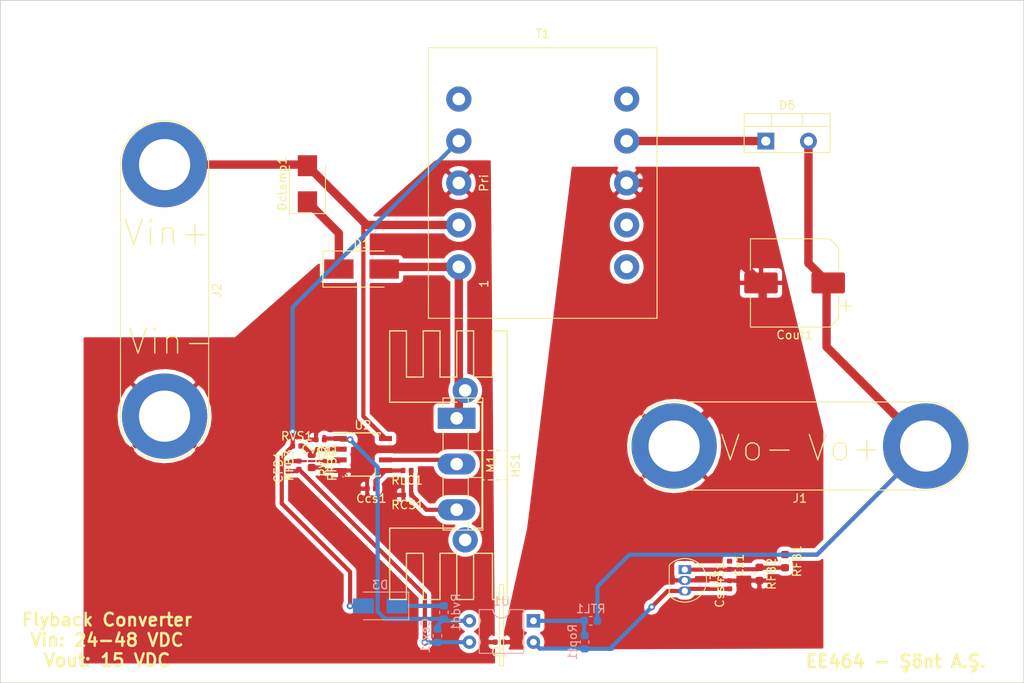
<source format=kicad_pcb>
(kicad_pcb (version 20171130) (host pcbnew "(5.1.6)-1")

  (general
    (thickness 1.6)
    (drawings 14)
    (tracks 119)
    (zones 0)
    (modules 31)
    (nets 20)
  )

  (page A4)
  (layers
    (0 F.Cu signal)
    (31 B.Cu signal)
    (32 B.Adhes user)
    (33 F.Adhes user)
    (34 B.Paste user)
    (35 F.Paste user)
    (36 B.SilkS user)
    (37 F.SilkS user)
    (38 B.Mask user)
    (39 F.Mask user)
    (40 Dwgs.User user)
    (41 Cmts.User user)
    (42 Eco1.User user)
    (43 Eco2.User user)
    (44 Edge.Cuts user)
    (45 Margin user)
    (46 B.CrtYd user)
    (47 F.CrtYd user)
    (48 B.Fab user)
    (49 F.Fab user)
  )

  (setup
    (last_trace_width 0.5)
    (user_trace_width 0.5)
    (user_trace_width 1)
    (user_trace_width 2)
    (trace_clearance 0.2)
    (zone_clearance 0.508)
    (zone_45_only no)
    (trace_min 0.2)
    (via_size 0.8)
    (via_drill 0.4)
    (via_min_size 0.4)
    (via_min_drill 0.3)
    (uvia_size 0.3)
    (uvia_drill 0.1)
    (uvias_allowed no)
    (uvia_min_size 0.2)
    (uvia_min_drill 0.1)
    (edge_width 0.05)
    (segment_width 0.2)
    (pcb_text_width 0.3)
    (pcb_text_size 1.5 1.5)
    (mod_edge_width 0.12)
    (mod_text_size 1 1)
    (mod_text_width 0.15)
    (pad_size 1.524 1.524)
    (pad_drill 0.762)
    (pad_to_mask_clearance 0.05)
    (aux_axis_origin 0 0)
    (visible_elements 7FFFFF9F)
    (pcbplotparams
      (layerselection 0x010fc_ffffffff)
      (usegerberextensions false)
      (usegerberattributes true)
      (usegerberadvancedattributes true)
      (creategerberjobfile true)
      (excludeedgelayer true)
      (linewidth 0.100000)
      (plotframeref false)
      (viasonmask false)
      (mode 1)
      (useauxorigin false)
      (hpglpennumber 1)
      (hpglpenspeed 20)
      (hpglpendiameter 15.000000)
      (psnegative false)
      (psa4output false)
      (plotreference true)
      (plotvalue true)
      (plotinvisibletext false)
      (padsonsilk false)
      (subtractmaskfromsilk false)
      (outputformat 1)
      (mirror false)
      (drillshape 0)
      (scaleselection 1)
      (outputdirectory "./"))
  )

  (net 0 "")
  (net 1 GND)
  (net 2 "Net-(Ccs1-Pad1)")
  (net 3 "Net-(CFB1-Pad1)")
  (net 4 "Net-(Cext1-Pad1)")
  (net 5 "Net-(CFB1-Pad2)")
  (net 6 /Vout+)
  (net 7 /OPTO-)
  (net 8 "Net-(Cz1-Pad2)")
  (net 9 "Net-(D1-Pad2)")
  (net 10 "Net-(D1-Pad1)")
  (net 11 +48V)
  (net 12 "Net-(M1-Pad3)")
  (net 13 "Net-(M1-Pad2)")
  (net 14 /OPTO+)
  (net 15 "Net-(RVS1-Pad2)")
  (net 16 "Net-(D3-Pad2)")
  (net 17 "Net-(D3-Pad1)")
  (net 18 GND2)
  (net 19 "Net-(D5-Pad1)")

  (net_class Default "This is the default net class."
    (clearance 0.2)
    (trace_width 0.25)
    (via_dia 0.8)
    (via_drill 0.4)
    (uvia_dia 0.3)
    (uvia_drill 0.1)
    (add_net +48V)
    (add_net /OPTO+)
    (add_net /OPTO-)
    (add_net /Vout+)
    (add_net GND)
    (add_net GND2)
    (add_net "Net-(CFB1-Pad1)")
    (add_net "Net-(CFB1-Pad2)")
    (add_net "Net-(Ccs1-Pad1)")
    (add_net "Net-(Cext1-Pad1)")
    (add_net "Net-(Cz1-Pad2)")
    (add_net "Net-(D1-Pad1)")
    (add_net "Net-(D1-Pad2)")
    (add_net "Net-(D3-Pad1)")
    (add_net "Net-(D3-Pad2)")
    (add_net "Net-(D5-Pad1)")
    (add_net "Net-(M1-Pad2)")
    (add_net "Net-(M1-Pad3)")
    (add_net "Net-(RVS1-Pad2)")
  )

  (net_class kalın ""
    (clearance 0.2)
    (trace_width 1)
    (via_dia 0.8)
    (via_drill 0.4)
    (uvia_dia 0.3)
    (uvia_drill 0.1)
  )

  (module Capacitor_SMD:C_0402_1005Metric (layer F.Cu) (tedit 5B301BBE) (tstamp 5EF21DF6)
    (at 196.596 96.774 180)
    (descr "Capacitor SMD 0402 (1005 Metric), square (rectangular) end terminal, IPC_7351 nominal, (Body size source: http://www.tortai-tech.com/upload/download/2011102023233369053.pdf), generated with kicad-footprint-generator")
    (tags capacitor)
    (path /5ED5C018)
    (attr smd)
    (fp_text reference C1 (at 0 -1.17) (layer F.SilkS)
      (effects (font (size 1 1) (thickness 0.15)))
    )
    (fp_text value C (at 0 1.17) (layer F.Fab)
      (effects (font (size 1 1) (thickness 0.15)))
    )
    (fp_line (start -0.5 0.25) (end -0.5 -0.25) (layer F.Fab) (width 0.1))
    (fp_line (start -0.5 -0.25) (end 0.5 -0.25) (layer F.Fab) (width 0.1))
    (fp_line (start 0.5 -0.25) (end 0.5 0.25) (layer F.Fab) (width 0.1))
    (fp_line (start 0.5 0.25) (end -0.5 0.25) (layer F.Fab) (width 0.1))
    (fp_line (start -0.93 0.47) (end -0.93 -0.47) (layer F.CrtYd) (width 0.05))
    (fp_line (start -0.93 -0.47) (end 0.93 -0.47) (layer F.CrtYd) (width 0.05))
    (fp_line (start 0.93 -0.47) (end 0.93 0.47) (layer F.CrtYd) (width 0.05))
    (fp_line (start 0.93 0.47) (end -0.93 0.47) (layer F.CrtYd) (width 0.05))
    (fp_text user %R (at 0 0) (layer F.Fab)
      (effects (font (size 0.25 0.25) (thickness 0.04)))
    )
    (pad 2 smd roundrect (at 0.485 0 180) (size 0.59 0.64) (layers F.Cu F.Paste F.Mask) (roundrect_rratio 0.25)
      (net 1 GND))
    (pad 1 smd roundrect (at -0.485 0 180) (size 0.59 0.64) (layers F.Cu F.Paste F.Mask) (roundrect_rratio 0.25)
      (net 18 GND2))
    (model ${KISYS3DMOD}/Capacitor_SMD.3dshapes/C_0402_1005Metric.wrl
      (at (xyz 0 0 0))
      (scale (xyz 1 1 1))
      (rotate (xyz 0 0 0))
    )
  )

  (module Heatsink:Heatsink_Stonecold_HS-132_32x14mm_2xFixation1.5mm (layer F.Cu) (tedit 5A1FFA20) (tstamp 5EF574F8)
    (at 192.532 75.692 270)
    (descr "Heatsink, StoneCold HS")
    (tags heatsink)
    (path /5F0F61DC)
    (fp_text reference HS1 (at 0 -6 90) (layer F.SilkS)
      (effects (font (size 1 1) (thickness 0.15)))
    )
    (fp_text value Heatsink (at 0 10 90) (layer F.Fab)
      (effects (font (size 1 1) (thickness 0.15)))
    )
    (fp_line (start 15.75 -4.75) (end -15.75 -4.75) (layer F.Fab) (width 0.1))
    (fp_line (start 15.75 -3.5) (end 15.75 -4.75) (layer F.Fab) (width 0.1))
    (fp_line (start 10.25 -3.5) (end 15.75 -3.5) (layer F.Fab) (width 0.1))
    (fp_line (start 10.25 -0.75) (end 10.25 -3.5) (layer F.Fab) (width 0.1))
    (fp_line (start 15.75 -0.75) (end 10.25 -0.75) (layer F.Fab) (width 0.1))
    (fp_line (start 15.75 0.75) (end 15.75 -0.75) (layer F.Fab) (width 0.1))
    (fp_line (start 10.25 0.75) (end 15.75 0.75) (layer F.Fab) (width 0.1))
    (fp_line (start 10.25 3.25) (end 10.25 0.75) (layer F.Fab) (width 0.1))
    (fp_line (start 15.75 3.25) (end 10.25 3.25) (layer F.Fab) (width 0.1))
    (fp_line (start 15.75 4.75) (end 15.75 3.25) (layer F.Fab) (width 0.1))
    (fp_line (start 10.25 4.75) (end 15.75 4.75) (layer F.Fab) (width 0.1))
    (fp_line (start 10.25 7.25) (end 10.25 4.75) (layer F.Fab) (width 0.1))
    (fp_line (start 15.75 7.25) (end 10.25 7.25) (layer F.Fab) (width 0.1))
    (fp_line (start 15.75 8.75) (end 15.75 7.25) (layer F.Fab) (width 0.1))
    (fp_line (start 7.75 8.75) (end 15.75 8.75) (layer F.Fab) (width 0.1))
    (fp_line (start 7.75 -2.25) (end 7.75 8.75) (layer F.Fab) (width 0.1))
    (fp_line (start -7.75 -2.25) (end 7.75 -2.25) (layer F.Fab) (width 0.1))
    (fp_line (start -7.75 8.75) (end -7.75 -2.25) (layer F.Fab) (width 0.1))
    (fp_line (start -15.75 8.75) (end -7.75 8.75) (layer F.Fab) (width 0.1))
    (fp_line (start -15.75 7.25) (end -15.75 8.75) (layer F.Fab) (width 0.1))
    (fp_line (start -10.25 7.25) (end -15.75 7.25) (layer F.Fab) (width 0.1))
    (fp_line (start -10.25 4.75) (end -10.25 7.25) (layer F.Fab) (width 0.1))
    (fp_line (start -15.75 4.75) (end -10.25 4.75) (layer F.Fab) (width 0.1))
    (fp_line (start -15.75 3.25) (end -15.75 4.75) (layer F.Fab) (width 0.1))
    (fp_line (start -10.25 3.25) (end -15.75 3.25) (layer F.Fab) (width 0.1))
    (fp_line (start -10.25 0.75) (end -10.25 3.25) (layer F.Fab) (width 0.1))
    (fp_line (start -15.75 0.75) (end -10.25 0.75) (layer F.Fab) (width 0.1))
    (fp_line (start -15.75 -0.75) (end -15.75 0.75) (layer F.Fab) (width 0.1))
    (fp_line (start -10.25 -0.75) (end -15.75 -0.75) (layer F.Fab) (width 0.1))
    (fp_line (start -10.25 -3.5) (end -10.25 -0.75) (layer F.Fab) (width 0.1))
    (fp_line (start -15.75 -3.5) (end -10.25 -3.5) (layer F.Fab) (width 0.1))
    (fp_line (start -15.75 -4.75) (end -15.75 -3.5) (layer F.Fab) (width 0.1))
    (fp_line (start 16 9) (end -16 9) (layer F.CrtYd) (width 0.05))
    (fp_line (start 16 9) (end 16 -5) (layer F.CrtYd) (width 0.05))
    (fp_line (start -16 -5) (end -16 9) (layer F.CrtYd) (width 0.05))
    (fp_line (start -16 -5) (end 16 -5) (layer F.CrtYd) (width 0.05))
    (fp_line (start -16 -5) (end 16 -5) (layer F.SilkS) (width 0.15))
    (fp_line (start -7.5 -2) (end 7.5 -2) (layer F.SilkS) (width 0.15))
    (fp_line (start -7.5 9) (end -16 9) (layer F.SilkS) (width 0.15))
    (fp_line (start 7.5 9) (end 16 9) (layer F.SilkS) (width 0.15))
    (fp_line (start 7.5 -2) (end 7.5 -1) (layer F.SilkS) (width 0.15))
    (fp_line (start -7.5 -2) (end -7.5 -1) (layer F.SilkS) (width 0.15))
    (fp_line (start -7.5 1) (end -7.5 9) (layer F.SilkS) (width 0.15))
    (fp_line (start 7.5 1) (end 7.5 9) (layer F.SilkS) (width 0.15))
    (fp_line (start -10.5 -1) (end -16 -1) (layer F.SilkS) (width 0.15))
    (fp_line (start -16 1) (end -10.5 1) (layer F.SilkS) (width 0.15))
    (fp_line (start 10.5 -1) (end 16 -1) (layer F.SilkS) (width 0.15))
    (fp_line (start 10.5 1) (end 16 1) (layer F.SilkS) (width 0.15))
    (fp_line (start 10.5 -3.25) (end 16 -3.25) (layer F.SilkS) (width 0.15))
    (fp_line (start 10.5 7) (end 16 7) (layer F.SilkS) (width 0.15))
    (fp_line (start 10.5 3) (end 16 3) (layer F.SilkS) (width 0.15))
    (fp_line (start 10.5 5) (end 16 5) (layer F.SilkS) (width 0.15))
    (fp_line (start -10.5 7) (end -16 7) (layer F.SilkS) (width 0.15))
    (fp_line (start -16 5) (end -10.5 5) (layer F.SilkS) (width 0.15))
    (fp_line (start -10.5 3) (end -16 3) (layer F.SilkS) (width 0.15))
    (fp_line (start -10.5 -3.25) (end -16 -3.25) (layer F.SilkS) (width 0.15))
    (fp_line (start 16 -5) (end 16 -3.25) (layer F.SilkS) (width 0.15))
    (fp_line (start -16 -3.25) (end -16 -5) (layer F.SilkS) (width 0.15))
    (fp_line (start -10.5 -3.25) (end -10.5 -1) (layer F.SilkS) (width 0.15))
    (fp_line (start -10.5 1) (end -10.5 3) (layer F.SilkS) (width 0.15))
    (fp_line (start -16 -1) (end -16 1) (layer F.SilkS) (width 0.15))
    (fp_line (start -16 3) (end -16 5) (layer F.SilkS) (width 0.15))
    (fp_line (start -10.5 5) (end -10.5 7) (layer F.SilkS) (width 0.15))
    (fp_line (start -16 7) (end -16 9) (layer F.SilkS) (width 0.15))
    (fp_line (start 10.5 5) (end 10.5 7) (layer F.SilkS) (width 0.15))
    (fp_line (start 10.5 1) (end 10.5 3) (layer F.SilkS) (width 0.15))
    (fp_line (start 10.5 -3.25) (end 10.5 -1) (layer F.SilkS) (width 0.15))
    (fp_line (start 16 -1) (end 16 1) (layer F.SilkS) (width 0.15))
    (fp_line (start 16 3) (end 16 5) (layer F.SilkS) (width 0.15))
    (fp_line (start 16 7) (end 16 9) (layer F.SilkS) (width 0.15))
    (fp_line (start -1.75 -4.25) (end -1.75 -3.75) (layer F.SilkS) (width 0.15))
    (fp_line (start -1.75 -3.25) (end -1.75 -2.75) (layer F.SilkS) (width 0.15))
    (fp_line (start 1.75 -4.25) (end 1.75 -3.75) (layer F.SilkS) (width 0.15))
    (fp_line (start 1.75 -3.25) (end 1.75 -2.75) (layer F.SilkS) (width 0.15))
    (fp_line (start 1.75 -2.25) (end 1.75 -2) (layer F.SilkS) (width 0.15))
    (fp_line (start -1.75 -2.25) (end -1.75 -2) (layer F.SilkS) (width 0.15))
    (fp_line (start -1.75 -4.75) (end -1.75 -5) (layer F.SilkS) (width 0.15))
    (fp_line (start 1.75 -4.75) (end 1.75 -5) (layer F.SilkS) (width 0.15))
    (fp_text user %R (at 0 0 90) (layer F.Fab)
      (effects (font (size 1 1) (thickness 0.15)))
    )
    (pad 1 thru_hole circle (at 8.9 0 270) (size 3 3) (drill 1.5) (layers *.Cu *.Mask))
    (pad 1 thru_hole circle (at -8.9 0 270) (size 3 3) (drill 1.5) (layers *.Cu *.Mask))
    (model ${KISYS3DMOD}/Heatsink.3dshapes/Heatsink_Stonecold_HS-132_32x14mm_2xFixation1.5mm.wrl
      (at (xyz 0 0 0))
      (scale (xyz 1 1 1))
      (rotate (xyz 0 0 0))
    )
  )

  (module Package_TO_SOT_THT:TO-220-2_Vertical (layer F.Cu) (tedit 5AC8BA0D) (tstamp 5EF49D5E)
    (at 228.346 37.084)
    (descr "TO-220-2, Vertical, RM 5.08mm, see https://www.centralsemi.com/PDFS/CASE/TO-220-2PD.PDF")
    (tags "TO-220-2 Vertical RM 5.08mm")
    (path /5F07B627)
    (fp_text reference D5 (at 2.54 -4.27) (layer F.SilkS)
      (effects (font (size 1 1) (thickness 0.15)))
    )
    (fp_text value D_Schottky (at 2.54 2.5) (layer F.Fab)
      (effects (font (size 1 1) (thickness 0.15)))
    )
    (fp_line (start 7.79 -3.4) (end -2.71 -3.4) (layer F.CrtYd) (width 0.05))
    (fp_line (start 7.79 1.51) (end 7.79 -3.4) (layer F.CrtYd) (width 0.05))
    (fp_line (start -2.71 1.51) (end 7.79 1.51) (layer F.CrtYd) (width 0.05))
    (fp_line (start -2.71 -3.4) (end -2.71 1.51) (layer F.CrtYd) (width 0.05))
    (fp_line (start 4.391 -3.27) (end 4.391 -1.76) (layer F.SilkS) (width 0.12))
    (fp_line (start 0.69 -3.27) (end 0.69 -1.76) (layer F.SilkS) (width 0.12))
    (fp_line (start -2.58 -1.76) (end 7.66 -1.76) (layer F.SilkS) (width 0.12))
    (fp_line (start 7.66 -3.27) (end 7.66 1.371) (layer F.SilkS) (width 0.12))
    (fp_line (start -2.58 -3.27) (end -2.58 1.371) (layer F.SilkS) (width 0.12))
    (fp_line (start -2.58 1.371) (end 7.66 1.371) (layer F.SilkS) (width 0.12))
    (fp_line (start -2.58 -3.27) (end 7.66 -3.27) (layer F.SilkS) (width 0.12))
    (fp_line (start 4.39 -3.15) (end 4.39 -1.88) (layer F.Fab) (width 0.1))
    (fp_line (start 0.69 -3.15) (end 0.69 -1.88) (layer F.Fab) (width 0.1))
    (fp_line (start -2.46 -1.88) (end 7.54 -1.88) (layer F.Fab) (width 0.1))
    (fp_line (start 7.54 -3.15) (end -2.46 -3.15) (layer F.Fab) (width 0.1))
    (fp_line (start 7.54 1.25) (end 7.54 -3.15) (layer F.Fab) (width 0.1))
    (fp_line (start -2.46 1.25) (end 7.54 1.25) (layer F.Fab) (width 0.1))
    (fp_line (start -2.46 -3.15) (end -2.46 1.25) (layer F.Fab) (width 0.1))
    (fp_text user %R (at 2.54 -4.27) (layer F.Fab)
      (effects (font (size 1 1) (thickness 0.15)))
    )
    (pad 2 thru_hole oval (at 5.08 0) (size 2 2) (drill 1.1) (layers *.Cu *.Mask)
      (net 6 /Vout+))
    (pad 1 thru_hole rect (at 0 0) (size 2 2) (drill 1.1) (layers *.Cu *.Mask)
      (net 19 "Net-(D5-Pad1)"))
    (model ${KISYS3DMOD}/Package_TO_SOT_THT.3dshapes/TO-220-2_Vertical.wrl
      (at (xyz 0 0 0))
      (scale (xyz 1 1 1))
      (rotate (xyz 0 0 0))
    )
  )

  (module Resistor_SMD:R_0402_1005Metric (layer F.Cu) (tedit 5B301BBD) (tstamp 5EF21FED)
    (at 172.466 73.406)
    (descr "Resistor SMD 0402 (1005 Metric), square (rectangular) end terminal, IPC_7351 nominal, (Body size source: http://www.tortai-tech.com/upload/download/2011102023233369053.pdf), generated with kicad-footprint-generator")
    (tags resistor)
    (path /5ED42360)
    (attr smd)
    (fp_text reference RVS1 (at 0 -1.17) (layer F.SilkS)
      (effects (font (size 1 1) (thickness 0.15)))
    )
    (fp_text value R (at 0 1.17) (layer F.Fab)
      (effects (font (size 1 1) (thickness 0.15)))
    )
    (fp_line (start 0.93 0.47) (end -0.93 0.47) (layer F.CrtYd) (width 0.05))
    (fp_line (start 0.93 -0.47) (end 0.93 0.47) (layer F.CrtYd) (width 0.05))
    (fp_line (start -0.93 -0.47) (end 0.93 -0.47) (layer F.CrtYd) (width 0.05))
    (fp_line (start -0.93 0.47) (end -0.93 -0.47) (layer F.CrtYd) (width 0.05))
    (fp_line (start 0.5 0.25) (end -0.5 0.25) (layer F.Fab) (width 0.1))
    (fp_line (start 0.5 -0.25) (end 0.5 0.25) (layer F.Fab) (width 0.1))
    (fp_line (start -0.5 -0.25) (end 0.5 -0.25) (layer F.Fab) (width 0.1))
    (fp_line (start -0.5 0.25) (end -0.5 -0.25) (layer F.Fab) (width 0.1))
    (fp_text user %R (at 0 0) (layer F.Fab)
      (effects (font (size 0.25 0.25) (thickness 0.04)))
    )
    (pad 2 smd roundrect (at 0.485 0) (size 0.59 0.64) (layers F.Cu F.Paste F.Mask) (roundrect_rratio 0.25)
      (net 15 "Net-(RVS1-Pad2)"))
    (pad 1 smd roundrect (at -0.485 0) (size 0.59 0.64) (layers F.Cu F.Paste F.Mask) (roundrect_rratio 0.25)
      (net 16 "Net-(D3-Pad2)"))
    (model ${KISYS3DMOD}/Resistor_SMD.3dshapes/R_0402_1005Metric.wrl
      (at (xyz 0 0 0))
      (scale (xyz 1 1 1))
      (rotate (xyz 0 0 0))
    )
  )

  (module Resistor_SMD:R_0402_1005Metric (layer F.Cu) (tedit 5B301BBD) (tstamp 5EF21FAB)
    (at 185.608 76.327 180)
    (descr "Resistor SMD 0402 (1005 Metric), square (rectangular) end terminal, IPC_7351 nominal, (Body size source: http://www.tortai-tech.com/upload/download/2011102023233369053.pdf), generated with kicad-footprint-generator")
    (tags resistor)
    (path /5ED3B091)
    (attr smd)
    (fp_text reference RLC1 (at 0 -1.17) (layer F.SilkS)
      (effects (font (size 1 1) (thickness 0.15)))
    )
    (fp_text value R (at 0 1.17) (layer F.Fab)
      (effects (font (size 1 1) (thickness 0.15)))
    )
    (fp_line (start 0.93 0.47) (end -0.93 0.47) (layer F.CrtYd) (width 0.05))
    (fp_line (start 0.93 -0.47) (end 0.93 0.47) (layer F.CrtYd) (width 0.05))
    (fp_line (start -0.93 -0.47) (end 0.93 -0.47) (layer F.CrtYd) (width 0.05))
    (fp_line (start -0.93 0.47) (end -0.93 -0.47) (layer F.CrtYd) (width 0.05))
    (fp_line (start 0.5 0.25) (end -0.5 0.25) (layer F.Fab) (width 0.1))
    (fp_line (start 0.5 -0.25) (end 0.5 0.25) (layer F.Fab) (width 0.1))
    (fp_line (start -0.5 -0.25) (end 0.5 -0.25) (layer F.Fab) (width 0.1))
    (fp_line (start -0.5 0.25) (end -0.5 -0.25) (layer F.Fab) (width 0.1))
    (fp_text user %R (at 0 0) (layer F.Fab)
      (effects (font (size 0.25 0.25) (thickness 0.04)))
    )
    (pad 2 smd roundrect (at 0.485 0 180) (size 0.59 0.64) (layers F.Cu F.Paste F.Mask) (roundrect_rratio 0.25)
      (net 2 "Net-(Ccs1-Pad1)"))
    (pad 1 smd roundrect (at -0.485 0 180) (size 0.59 0.64) (layers F.Cu F.Paste F.Mask) (roundrect_rratio 0.25)
      (net 12 "Net-(M1-Pad3)"))
    (model ${KISYS3DMOD}/Resistor_SMD.3dshapes/R_0402_1005Metric.wrl
      (at (xyz 0 0 0))
      (scale (xyz 1 1 1))
      (rotate (xyz 0 0 0))
    )
  )

  (module Resistor_SMD:R_0402_1005Metric (layer F.Cu) (tedit 5B301BBD) (tstamp 5EF21F78)
    (at 172.72 75.692 90)
    (descr "Resistor SMD 0402 (1005 Metric), square (rectangular) end terminal, IPC_7351 nominal, (Body size source: http://www.tortai-tech.com/upload/download/2011102023233369053.pdf), generated with kicad-footprint-generator")
    (tags resistor)
    (path /5ED3F4E6)
    (attr smd)
    (fp_text reference RFB3 (at 0 -1.17 90) (layer F.SilkS)
      (effects (font (size 1 1) (thickness 0.15)))
    )
    (fp_text value R (at 0 1.17 90) (layer F.Fab)
      (effects (font (size 1 1) (thickness 0.15)))
    )
    (fp_line (start 0.93 0.47) (end -0.93 0.47) (layer F.CrtYd) (width 0.05))
    (fp_line (start 0.93 -0.47) (end 0.93 0.47) (layer F.CrtYd) (width 0.05))
    (fp_line (start -0.93 -0.47) (end 0.93 -0.47) (layer F.CrtYd) (width 0.05))
    (fp_line (start -0.93 0.47) (end -0.93 -0.47) (layer F.CrtYd) (width 0.05))
    (fp_line (start 0.5 0.25) (end -0.5 0.25) (layer F.Fab) (width 0.1))
    (fp_line (start 0.5 -0.25) (end 0.5 0.25) (layer F.Fab) (width 0.1))
    (fp_line (start -0.5 -0.25) (end 0.5 -0.25) (layer F.Fab) (width 0.1))
    (fp_line (start -0.5 0.25) (end -0.5 -0.25) (layer F.Fab) (width 0.1))
    (fp_text user %R (at 0 0 90) (layer F.Fab)
      (effects (font (size 0.25 0.25) (thickness 0.04)))
    )
    (pad 2 smd roundrect (at 0.485 0 90) (size 0.59 0.64) (layers F.Cu F.Paste F.Mask) (roundrect_rratio 0.25)
      (net 5 "Net-(CFB1-Pad2)"))
    (pad 1 smd roundrect (at -0.485 0 90) (size 0.59 0.64) (layers F.Cu F.Paste F.Mask) (roundrect_rratio 0.25)
      (net 3 "Net-(CFB1-Pad1)"))
    (model ${KISYS3DMOD}/Resistor_SMD.3dshapes/R_0402_1005Metric.wrl
      (at (xyz 0 0 0))
      (scale (xyz 1 1 1))
      (rotate (xyz 0 0 0))
    )
  )

  (module Package_TO_SOT_THT:TO-92_Inline (layer F.Cu) (tedit 5A1DD157) (tstamp 5EF4CC22)
    (at 218.694 88.138 270)
    (descr "TO-92 leads in-line, narrow, oval pads, drill 0.75mm (see NXP sot054_po.pdf)")
    (tags "to-92 sc-43 sc-43a sot54 PA33 transistor")
    (path /5F0B8AA2)
    (fp_text reference U3 (at 1.27 -3.56 90) (layer F.SilkS)
      (effects (font (size 1 1) (thickness 0.15)))
    )
    (fp_text value TL431LP (at 1.27 2.79 90) (layer F.Fab)
      (effects (font (size 1 1) (thickness 0.15)))
    )
    (fp_line (start 4 2.01) (end -1.46 2.01) (layer F.CrtYd) (width 0.05))
    (fp_line (start 4 2.01) (end 4 -2.73) (layer F.CrtYd) (width 0.05))
    (fp_line (start -1.46 -2.73) (end -1.46 2.01) (layer F.CrtYd) (width 0.05))
    (fp_line (start -1.46 -2.73) (end 4 -2.73) (layer F.CrtYd) (width 0.05))
    (fp_line (start -0.5 1.75) (end 3 1.75) (layer F.Fab) (width 0.1))
    (fp_line (start -0.53 1.85) (end 3.07 1.85) (layer F.SilkS) (width 0.12))
    (fp_arc (start 1.27 0) (end 1.27 -2.6) (angle 135) (layer F.SilkS) (width 0.12))
    (fp_arc (start 1.27 0) (end 1.27 -2.48) (angle -135) (layer F.Fab) (width 0.1))
    (fp_arc (start 1.27 0) (end 1.27 -2.6) (angle -135) (layer F.SilkS) (width 0.12))
    (fp_arc (start 1.27 0) (end 1.27 -2.48) (angle 135) (layer F.Fab) (width 0.1))
    (fp_text user %R (at 1.27 -3.56 90) (layer F.Fab)
      (effects (font (size 1 1) (thickness 0.15)))
    )
    (pad 1 thru_hole rect (at 0 0 270) (size 1.05 1.5) (drill 0.75) (layers *.Cu *.Mask)
      (net 8 "Net-(Cz1-Pad2)"))
    (pad 3 thru_hole oval (at 2.54 0 270) (size 1.05 1.5) (drill 0.75) (layers *.Cu *.Mask)
      (net 7 /OPTO-))
    (pad 2 thru_hole oval (at 1.27 0 270) (size 1.05 1.5) (drill 0.75) (layers *.Cu *.Mask)
      (net 18 GND2))
    (model ${KISYS3DMOD}/Package_TO_SOT_THT.3dshapes/TO-92_Inline.wrl
      (at (xyz 0 0 0))
      (scale (xyz 1 1 1))
      (rotate (xyz 0 0 0))
    )
  )

  (module Capacitor_SMD:CP_Elec_10x10 (layer F.Cu) (tedit 5BCA39D1) (tstamp 5EF4C7FE)
    (at 231.775 53.975 180)
    (descr "SMD capacitor, aluminum electrolytic, Nichicon, 10.0x10.0mm")
    (tags "capacitor electrolytic")
    (path /5F09AB26)
    (attr smd)
    (fp_text reference Cout1 (at 0 -6.2) (layer F.SilkS)
      (effects (font (size 1 1) (thickness 0.15)))
    )
    (fp_text value CP1 (at 0 6.2) (layer F.Fab)
      (effects (font (size 1 1) (thickness 0.15)))
    )
    (fp_line (start -6.25 1.5) (end -5.4 1.5) (layer F.CrtYd) (width 0.05))
    (fp_line (start -6.25 -1.5) (end -6.25 1.5) (layer F.CrtYd) (width 0.05))
    (fp_line (start -5.4 -1.5) (end -6.25 -1.5) (layer F.CrtYd) (width 0.05))
    (fp_line (start -5.4 1.5) (end -5.4 4.25) (layer F.CrtYd) (width 0.05))
    (fp_line (start -5.4 -4.25) (end -5.4 -1.5) (layer F.CrtYd) (width 0.05))
    (fp_line (start -5.4 -4.25) (end -4.25 -5.4) (layer F.CrtYd) (width 0.05))
    (fp_line (start -5.4 4.25) (end -4.25 5.4) (layer F.CrtYd) (width 0.05))
    (fp_line (start -4.25 -5.4) (end 5.4 -5.4) (layer F.CrtYd) (width 0.05))
    (fp_line (start -4.25 5.4) (end 5.4 5.4) (layer F.CrtYd) (width 0.05))
    (fp_line (start 5.4 1.5) (end 5.4 5.4) (layer F.CrtYd) (width 0.05))
    (fp_line (start 6.25 1.5) (end 5.4 1.5) (layer F.CrtYd) (width 0.05))
    (fp_line (start 6.25 -1.5) (end 6.25 1.5) (layer F.CrtYd) (width 0.05))
    (fp_line (start 5.4 -1.5) (end 6.25 -1.5) (layer F.CrtYd) (width 0.05))
    (fp_line (start 5.4 -5.4) (end 5.4 -1.5) (layer F.CrtYd) (width 0.05))
    (fp_line (start -6.125 -3.385) (end -6.125 -2.135) (layer F.SilkS) (width 0.12))
    (fp_line (start -6.75 -2.76) (end -5.5 -2.76) (layer F.SilkS) (width 0.12))
    (fp_line (start -5.26 4.195563) (end -4.195563 5.26) (layer F.SilkS) (width 0.12))
    (fp_line (start -5.26 -4.195563) (end -4.195563 -5.26) (layer F.SilkS) (width 0.12))
    (fp_line (start -5.26 -4.195563) (end -5.26 -1.51) (layer F.SilkS) (width 0.12))
    (fp_line (start -5.26 4.195563) (end -5.26 1.51) (layer F.SilkS) (width 0.12))
    (fp_line (start -4.195563 5.26) (end 5.26 5.26) (layer F.SilkS) (width 0.12))
    (fp_line (start -4.195563 -5.26) (end 5.26 -5.26) (layer F.SilkS) (width 0.12))
    (fp_line (start 5.26 -5.26) (end 5.26 -1.51) (layer F.SilkS) (width 0.12))
    (fp_line (start 5.26 5.26) (end 5.26 1.51) (layer F.SilkS) (width 0.12))
    (fp_line (start -4.058325 -2.2) (end -4.058325 -1.2) (layer F.Fab) (width 0.1))
    (fp_line (start -4.558325 -1.7) (end -3.558325 -1.7) (layer F.Fab) (width 0.1))
    (fp_line (start -5.15 4.15) (end -4.15 5.15) (layer F.Fab) (width 0.1))
    (fp_line (start -5.15 -4.15) (end -4.15 -5.15) (layer F.Fab) (width 0.1))
    (fp_line (start -5.15 -4.15) (end -5.15 4.15) (layer F.Fab) (width 0.1))
    (fp_line (start -4.15 5.15) (end 5.15 5.15) (layer F.Fab) (width 0.1))
    (fp_line (start -4.15 -5.15) (end 5.15 -5.15) (layer F.Fab) (width 0.1))
    (fp_line (start 5.15 -5.15) (end 5.15 5.15) (layer F.Fab) (width 0.1))
    (fp_circle (center 0 0) (end 5 0) (layer F.Fab) (width 0.1))
    (fp_text user %R (at 0 0) (layer F.Fab)
      (effects (font (size 1 1) (thickness 0.15)))
    )
    (pad 2 smd roundrect (at 4 0 180) (size 4 2.5) (layers F.Cu F.Paste F.Mask) (roundrect_rratio 0.1)
      (net 18 GND2))
    (pad 1 smd roundrect (at -4 0 180) (size 4 2.5) (layers F.Cu F.Paste F.Mask) (roundrect_rratio 0.1)
      (net 6 /Vout+))
    (model ${KISYS3DMOD}/Capacitor_SMD.3dshapes/CP_Elec_10x10.wrl
      (at (xyz 0 0 0))
      (scale (xyz 1 1 1))
      (rotate (xyz 0 0 0))
    )
  )

  (module Diode_SMD:D_SMB (layer F.Cu) (tedit 58645DF3) (tstamp 5EF35A56)
    (at 173.736 42.164 90)
    (descr "Diode SMB (DO-214AA)")
    (tags "Diode SMB (DO-214AA)")
    (path /5ED77F95)
    (attr smd)
    (fp_text reference Dclamp1 (at 0 -3 90) (layer F.SilkS)
      (effects (font (size 1 1) (thickness 0.15)))
    )
    (fp_text value D_Zener (at 0 3.1 90) (layer F.Fab)
      (effects (font (size 1 1) (thickness 0.15)))
    )
    (fp_line (start -3.55 -2.15) (end 2.15 -2.15) (layer F.SilkS) (width 0.12))
    (fp_line (start -3.55 2.15) (end 2.15 2.15) (layer F.SilkS) (width 0.12))
    (fp_line (start -0.64944 0.00102) (end 0.50118 -0.79908) (layer F.Fab) (width 0.1))
    (fp_line (start -0.64944 0.00102) (end 0.50118 0.75032) (layer F.Fab) (width 0.1))
    (fp_line (start 0.50118 0.75032) (end 0.50118 -0.79908) (layer F.Fab) (width 0.1))
    (fp_line (start -0.64944 -0.79908) (end -0.64944 0.80112) (layer F.Fab) (width 0.1))
    (fp_line (start 0.50118 0.00102) (end 1.4994 0.00102) (layer F.Fab) (width 0.1))
    (fp_line (start -0.64944 0.00102) (end -1.55114 0.00102) (layer F.Fab) (width 0.1))
    (fp_line (start -3.65 2.25) (end -3.65 -2.25) (layer F.CrtYd) (width 0.05))
    (fp_line (start 3.65 2.25) (end -3.65 2.25) (layer F.CrtYd) (width 0.05))
    (fp_line (start 3.65 -2.25) (end 3.65 2.25) (layer F.CrtYd) (width 0.05))
    (fp_line (start -3.65 -2.25) (end 3.65 -2.25) (layer F.CrtYd) (width 0.05))
    (fp_line (start 2.3 -2) (end -2.3 -2) (layer F.Fab) (width 0.1))
    (fp_line (start 2.3 -2) (end 2.3 2) (layer F.Fab) (width 0.1))
    (fp_line (start -2.3 2) (end -2.3 -2) (layer F.Fab) (width 0.1))
    (fp_line (start 2.3 2) (end -2.3 2) (layer F.Fab) (width 0.1))
    (fp_line (start -3.55 -2.15) (end -3.55 2.15) (layer F.SilkS) (width 0.12))
    (fp_text user %R (at 0 -3 90) (layer F.Fab)
      (effects (font (size 1 1) (thickness 0.15)))
    )
    (pad 2 smd rect (at 2.15 0 90) (size 2.5 2.3) (layers F.Cu F.Paste F.Mask)
      (net 11 +48V))
    (pad 1 smd rect (at -2.15 0 90) (size 2.5 2.3) (layers F.Cu F.Paste F.Mask)
      (net 10 "Net-(D1-Pad1)"))
    (model ${KISYS3DMOD}/Diode_SMD.3dshapes/D_SMB.wrl
      (at (xyz 0 0 0))
      (scale (xyz 1 1 1))
      (rotate (xyz 0 0 0))
    )
  )

  (module Diode_SMD:D_SMB_Handsoldering (layer F.Cu) (tedit 590B3D55) (tstamp 5EF21E97)
    (at 180.18 52.324)
    (descr "Diode SMB (DO-214AA) Handsoldering")
    (tags "Diode SMB (DO-214AA) Handsoldering")
    (path /5ED782EF)
    (attr smd)
    (fp_text reference D1 (at 0 -3) (layer F.SilkS)
      (effects (font (size 1 1) (thickness 0.15)))
    )
    (fp_text value D (at 0 3) (layer F.Fab)
      (effects (font (size 1 1) (thickness 0.15)))
    )
    (fp_line (start -4.6 -2.15) (end 2.7 -2.15) (layer F.SilkS) (width 0.12))
    (fp_line (start -4.6 2.15) (end 2.7 2.15) (layer F.SilkS) (width 0.12))
    (fp_line (start -0.64944 0.00102) (end 0.50118 -0.79908) (layer F.Fab) (width 0.1))
    (fp_line (start -0.64944 0.00102) (end 0.50118 0.75032) (layer F.Fab) (width 0.1))
    (fp_line (start 0.50118 0.75032) (end 0.50118 -0.79908) (layer F.Fab) (width 0.1))
    (fp_line (start -0.64944 -0.79908) (end -0.64944 0.80112) (layer F.Fab) (width 0.1))
    (fp_line (start 0.50118 0.00102) (end 1.4994 0.00102) (layer F.Fab) (width 0.1))
    (fp_line (start -0.64944 0.00102) (end -1.55114 0.00102) (layer F.Fab) (width 0.1))
    (fp_line (start -4.7 2.25) (end -4.7 -2.25) (layer F.CrtYd) (width 0.05))
    (fp_line (start 4.7 2.25) (end -4.7 2.25) (layer F.CrtYd) (width 0.05))
    (fp_line (start 4.7 -2.25) (end 4.7 2.25) (layer F.CrtYd) (width 0.05))
    (fp_line (start -4.7 -2.25) (end 4.7 -2.25) (layer F.CrtYd) (width 0.05))
    (fp_line (start 2.3 -2) (end -2.3 -2) (layer F.Fab) (width 0.1))
    (fp_line (start 2.3 -2) (end 2.3 2) (layer F.Fab) (width 0.1))
    (fp_line (start -2.3 2) (end -2.3 -2) (layer F.Fab) (width 0.1))
    (fp_line (start 2.3 2) (end -2.3 2) (layer F.Fab) (width 0.1))
    (fp_line (start -4.6 -2.15) (end -4.6 2.15) (layer F.SilkS) (width 0.12))
    (fp_text user %R (at 0 -3) (layer F.Fab)
      (effects (font (size 1 1) (thickness 0.15)))
    )
    (pad 2 smd rect (at 2.7 0) (size 3.5 2.3) (layers F.Cu F.Paste F.Mask)
      (net 9 "Net-(D1-Pad2)"))
    (pad 1 smd rect (at -2.7 0) (size 3.5 2.3) (layers F.Cu F.Paste F.Mask)
      (net 10 "Net-(D1-Pad1)"))
    (model ${KISYS3DMOD}/Diode_SMD.3dshapes/D_SMB.wrl
      (at (xyz 0 0 0))
      (scale (xyz 1 1 1))
      (rotate (xyz 0 0 0))
    )
  )

  (module Connector:Banana_Jack_2Pin (layer F.Cu) (tedit 5A1AB217) (tstamp 5EF44861)
    (at 247.394 73.406 180)
    (descr "Dual banana socket, footprint - 2 x 6mm drills")
    (tags "banana socket")
    (path /5F0719E7)
    (fp_text reference J1 (at 14.985 -6.24) (layer F.SilkS)
      (effects (font (size 1 1) (thickness 0.15)))
    )
    (fp_text value Conn_01x02 (at 14.985 6.29) (layer F.Fab)
      (effects (font (size 1 1) (thickness 0.15)))
    )
    (fp_line (start 30 -5.5) (end 0 -5.5) (layer F.CrtYd) (width 0.05))
    (fp_line (start 0 5.5) (end 30 5.5) (layer F.CrtYd) (width 0.05))
    (fp_line (start 0 5.25) (end 30 5.25) (layer F.SilkS) (width 0.12))
    (fp_line (start 30 -5.25) (end 0 -5.25) (layer F.SilkS) (width 0.12))
    (fp_circle (center 30 0) (end 32 0) (layer F.Fab) (width 0.1))
    (fp_circle (center 0 0) (end 2 0) (layer F.Fab) (width 0.1))
    (fp_circle (center 0 0) (end 4.75 0) (layer F.Fab) (width 0.1))
    (fp_circle (center 30 0) (end 34.75 0) (layer F.Fab) (width 0.1))
    (fp_arc (start 0 0) (end 0 5.25) (angle 180) (layer F.SilkS) (width 0.12))
    (fp_arc (start 30 0) (end 30 -5.25) (angle 180) (layer F.SilkS) (width 0.12))
    (fp_arc (start 30 0) (end 30 -5.5) (angle 180) (layer F.CrtYd) (width 0.05))
    (fp_arc (start 0 0) (end 0 5.5) (angle 180) (layer F.CrtYd) (width 0.05))
    (fp_text user %R (at 14.985 0) (layer F.Fab)
      (effects (font (size 1 1) (thickness 0.15)))
    )
    (pad 2 thru_hole circle (at 29.97 0 180) (size 10.16 10.16) (drill 6.1) (layers *.Cu *.Mask)
      (net 18 GND2))
    (pad 1 thru_hole circle (at 0 0 180) (size 10.16 10.16) (drill 6.1) (layers *.Cu *.Mask)
      (net 6 /Vout+))
    (model ${KISYS3DMOD}/Connector.3dshapes/Banana_Jack_2Pin.wrl
      (offset (xyz 14.98599977493286 0 0))
      (scale (xyz 2 2 2))
      (rotate (xyz 0 0 0))
    )
  )

  (module Connector:Banana_Jack_2Pin (layer F.Cu) (tedit 5A1AB217) (tstamp 5EF44874)
    (at 156.718 39.88 270)
    (descr "Dual banana socket, footprint - 2 x 6mm drills")
    (tags "banana socket")
    (path /5F074FA8)
    (fp_text reference J2 (at 14.985 -6.24 90) (layer F.SilkS)
      (effects (font (size 1 1) (thickness 0.15)))
    )
    (fp_text value Conn_01x02 (at 14.985 6.29 90) (layer F.Fab)
      (effects (font (size 1 1) (thickness 0.15)))
    )
    (fp_line (start 30 -5.5) (end 0 -5.5) (layer F.CrtYd) (width 0.05))
    (fp_line (start 0 5.5) (end 30 5.5) (layer F.CrtYd) (width 0.05))
    (fp_line (start 0 5.25) (end 30 5.25) (layer F.SilkS) (width 0.12))
    (fp_line (start 30 -5.25) (end 0 -5.25) (layer F.SilkS) (width 0.12))
    (fp_circle (center 30 0) (end 32 0) (layer F.Fab) (width 0.1))
    (fp_circle (center 0 0) (end 2 0) (layer F.Fab) (width 0.1))
    (fp_circle (center 0 0) (end 4.75 0) (layer F.Fab) (width 0.1))
    (fp_circle (center 30 0) (end 34.75 0) (layer F.Fab) (width 0.1))
    (fp_arc (start 0 0) (end 0 5.25) (angle 180) (layer F.SilkS) (width 0.12))
    (fp_arc (start 30 0) (end 30 -5.25) (angle 180) (layer F.SilkS) (width 0.12))
    (fp_arc (start 30 0) (end 30 -5.5) (angle 180) (layer F.CrtYd) (width 0.05))
    (fp_arc (start 0 0) (end 0 5.5) (angle 180) (layer F.CrtYd) (width 0.05))
    (fp_text user %R (at 14.985 0 90) (layer F.Fab)
      (effects (font (size 1 1) (thickness 0.15)))
    )
    (pad 2 thru_hole circle (at 29.97 0 270) (size 10.16 10.16) (drill 6.1) (layers *.Cu *.Mask)
      (net 1 GND))
    (pad 1 thru_hole circle (at 0 0 270) (size 10.16 10.16) (drill 6.1) (layers *.Cu *.Mask)
      (net 11 +48V))
    (model ${KISYS3DMOD}/Connector.3dshapes/Banana_Jack_2Pin.wrl
      (offset (xyz 14.98599977493286 0 0))
      (scale (xyz 2 2 2))
      (rotate (xyz 0 0 0))
    )
  )

  (module Resistor_SMD:R_0603_1608Metric (layer B.Cu) (tedit 5B301BBD) (tstamp 5EF21FDC)
    (at 189.992 93.218 90)
    (descr "Resistor SMD 0603 (1608 Metric), square (rectangular) end terminal, IPC_7351 nominal, (Body size source: http://www.tortai-tech.com/upload/download/2011102023233369053.pdf), generated with kicad-footprint-generator")
    (tags resistor)
    (path /5ED3D8F2)
    (attr smd)
    (fp_text reference Rvdd1 (at 0 1.43 90) (layer B.SilkS)
      (effects (font (size 1 1) (thickness 0.15)) (justify mirror))
    )
    (fp_text value R (at 0 -1.43 90) (layer B.Fab)
      (effects (font (size 1 1) (thickness 0.15)) (justify mirror))
    )
    (fp_line (start -0.8 -0.4) (end -0.8 0.4) (layer B.Fab) (width 0.1))
    (fp_line (start -0.8 0.4) (end 0.8 0.4) (layer B.Fab) (width 0.1))
    (fp_line (start 0.8 0.4) (end 0.8 -0.4) (layer B.Fab) (width 0.1))
    (fp_line (start 0.8 -0.4) (end -0.8 -0.4) (layer B.Fab) (width 0.1))
    (fp_line (start -0.162779 0.51) (end 0.162779 0.51) (layer B.SilkS) (width 0.12))
    (fp_line (start -0.162779 -0.51) (end 0.162779 -0.51) (layer B.SilkS) (width 0.12))
    (fp_line (start -1.48 -0.73) (end -1.48 0.73) (layer B.CrtYd) (width 0.05))
    (fp_line (start -1.48 0.73) (end 1.48 0.73) (layer B.CrtYd) (width 0.05))
    (fp_line (start 1.48 0.73) (end 1.48 -0.73) (layer B.CrtYd) (width 0.05))
    (fp_line (start 1.48 -0.73) (end -1.48 -0.73) (layer B.CrtYd) (width 0.05))
    (fp_text user %R (at 0 0 90) (layer B.Fab)
      (effects (font (size 0.4 0.4) (thickness 0.06)) (justify mirror))
    )
    (pad 2 smd roundrect (at 0.7875 0 90) (size 0.875 0.95) (layers B.Cu B.Paste B.Mask) (roundrect_rratio 0.25)
      (net 17 "Net-(D3-Pad1)"))
    (pad 1 smd roundrect (at -0.7875 0 90) (size 0.875 0.95) (layers B.Cu B.Paste B.Mask) (roundrect_rratio 0.25)
      (net 4 "Net-(Cext1-Pad1)"))
    (model ${KISYS3DMOD}/Resistor_SMD.3dshapes/R_0603_1608Metric.wrl
      (at (xyz 0 0 0))
      (scale (xyz 1 1 1))
      (rotate (xyz 0 0 0))
    )
  )

  (module Resistor_SMD:R_0603_1608Metric (layer B.Cu) (tedit 5B301BBD) (tstamp 5EF21FCD)
    (at 207.4925 94.234 180)
    (descr "Resistor SMD 0603 (1608 Metric), square (rectangular) end terminal, IPC_7351 nominal, (Body size source: http://www.tortai-tech.com/upload/download/2011102023233369053.pdf), generated with kicad-footprint-generator")
    (tags resistor)
    (path /5ED539F7)
    (attr smd)
    (fp_text reference RTL1 (at 0 1.43) (layer B.SilkS)
      (effects (font (size 1 1) (thickness 0.15)) (justify mirror))
    )
    (fp_text value R (at 0 -1.43) (layer B.Fab)
      (effects (font (size 1 1) (thickness 0.15)) (justify mirror))
    )
    (fp_line (start -0.8 -0.4) (end -0.8 0.4) (layer B.Fab) (width 0.1))
    (fp_line (start -0.8 0.4) (end 0.8 0.4) (layer B.Fab) (width 0.1))
    (fp_line (start 0.8 0.4) (end 0.8 -0.4) (layer B.Fab) (width 0.1))
    (fp_line (start 0.8 -0.4) (end -0.8 -0.4) (layer B.Fab) (width 0.1))
    (fp_line (start -0.162779 0.51) (end 0.162779 0.51) (layer B.SilkS) (width 0.12))
    (fp_line (start -0.162779 -0.51) (end 0.162779 -0.51) (layer B.SilkS) (width 0.12))
    (fp_line (start -1.48 -0.73) (end -1.48 0.73) (layer B.CrtYd) (width 0.05))
    (fp_line (start -1.48 0.73) (end 1.48 0.73) (layer B.CrtYd) (width 0.05))
    (fp_line (start 1.48 0.73) (end 1.48 -0.73) (layer B.CrtYd) (width 0.05))
    (fp_line (start 1.48 -0.73) (end -1.48 -0.73) (layer B.CrtYd) (width 0.05))
    (fp_text user %R (at 0 0) (layer B.Fab)
      (effects (font (size 0.4 0.4) (thickness 0.06)) (justify mirror))
    )
    (pad 2 smd roundrect (at 0.7875 0 180) (size 0.875 0.95) (layers B.Cu B.Paste B.Mask) (roundrect_rratio 0.25)
      (net 14 /OPTO+))
    (pad 1 smd roundrect (at -0.7875 0 180) (size 0.875 0.95) (layers B.Cu B.Paste B.Mask) (roundrect_rratio 0.25)
      (net 6 /Vout+))
    (model ${KISYS3DMOD}/Resistor_SMD.3dshapes/R_0603_1608Metric.wrl
      (at (xyz 0 0 0))
      (scale (xyz 1 1 1))
      (rotate (xyz 0 0 0))
    )
  )

  (module Resistor_SMD:R_0603_1608Metric (layer B.Cu) (tedit 5B301BBD) (tstamp 5EF21FBC)
    (at 206.756 96.774 270)
    (descr "Resistor SMD 0603 (1608 Metric), square (rectangular) end terminal, IPC_7351 nominal, (Body size source: http://www.tortai-tech.com/upload/download/2011102023233369053.pdf), generated with kicad-footprint-generator")
    (tags resistor)
    (path /5ED54E9E)
    (attr smd)
    (fp_text reference Ropt1 (at 0 1.43 90) (layer B.SilkS)
      (effects (font (size 1 1) (thickness 0.15)) (justify mirror))
    )
    (fp_text value R (at 0 -1.43 90) (layer B.Fab)
      (effects (font (size 1 1) (thickness 0.15)) (justify mirror))
    )
    (fp_line (start -0.8 -0.4) (end -0.8 0.4) (layer B.Fab) (width 0.1))
    (fp_line (start -0.8 0.4) (end 0.8 0.4) (layer B.Fab) (width 0.1))
    (fp_line (start 0.8 0.4) (end 0.8 -0.4) (layer B.Fab) (width 0.1))
    (fp_line (start 0.8 -0.4) (end -0.8 -0.4) (layer B.Fab) (width 0.1))
    (fp_line (start -0.162779 0.51) (end 0.162779 0.51) (layer B.SilkS) (width 0.12))
    (fp_line (start -0.162779 -0.51) (end 0.162779 -0.51) (layer B.SilkS) (width 0.12))
    (fp_line (start -1.48 -0.73) (end -1.48 0.73) (layer B.CrtYd) (width 0.05))
    (fp_line (start -1.48 0.73) (end 1.48 0.73) (layer B.CrtYd) (width 0.05))
    (fp_line (start 1.48 0.73) (end 1.48 -0.73) (layer B.CrtYd) (width 0.05))
    (fp_line (start 1.48 -0.73) (end -1.48 -0.73) (layer B.CrtYd) (width 0.05))
    (fp_text user %R (at 0 0 90) (layer B.Fab)
      (effects (font (size 0.4 0.4) (thickness 0.06)) (justify mirror))
    )
    (pad 2 smd roundrect (at 0.7875 0 270) (size 0.875 0.95) (layers B.Cu B.Paste B.Mask) (roundrect_rratio 0.25)
      (net 7 /OPTO-))
    (pad 1 smd roundrect (at -0.7875 0 270) (size 0.875 0.95) (layers B.Cu B.Paste B.Mask) (roundrect_rratio 0.25)
      (net 14 /OPTO+))
    (model ${KISYS3DMOD}/Resistor_SMD.3dshapes/R_0603_1608Metric.wrl
      (at (xyz 0 0 0))
      (scale (xyz 1 1 1))
      (rotate (xyz 0 0 0))
    )
  )

  (module Resistor_SMD:R_0603_1608Metric (layer F.Cu) (tedit 5B301BBD) (tstamp 5EF21F67)
    (at 227.584 88.646 270)
    (descr "Resistor SMD 0603 (1608 Metric), square (rectangular) end terminal, IPC_7351 nominal, (Body size source: http://www.tortai-tech.com/upload/download/2011102023233369053.pdf), generated with kicad-footprint-generator")
    (tags resistor)
    (path /5ED50DA4)
    (attr smd)
    (fp_text reference RFB2 (at 0 -1.43 270) (layer F.SilkS)
      (effects (font (size 1 1) (thickness 0.15)))
    )
    (fp_text value R (at 0 1.43 270) (layer F.Fab)
      (effects (font (size 1 1) (thickness 0.15)))
    )
    (fp_line (start 1.48 0.73) (end -1.48 0.73) (layer F.CrtYd) (width 0.05))
    (fp_line (start 1.48 -0.73) (end 1.48 0.73) (layer F.CrtYd) (width 0.05))
    (fp_line (start -1.48 -0.73) (end 1.48 -0.73) (layer F.CrtYd) (width 0.05))
    (fp_line (start -1.48 0.73) (end -1.48 -0.73) (layer F.CrtYd) (width 0.05))
    (fp_line (start -0.162779 0.51) (end 0.162779 0.51) (layer F.SilkS) (width 0.12))
    (fp_line (start -0.162779 -0.51) (end 0.162779 -0.51) (layer F.SilkS) (width 0.12))
    (fp_line (start 0.8 0.4) (end -0.8 0.4) (layer F.Fab) (width 0.1))
    (fp_line (start 0.8 -0.4) (end 0.8 0.4) (layer F.Fab) (width 0.1))
    (fp_line (start -0.8 -0.4) (end 0.8 -0.4) (layer F.Fab) (width 0.1))
    (fp_line (start -0.8 0.4) (end -0.8 -0.4) (layer F.Fab) (width 0.1))
    (fp_text user %R (at 0 0 270) (layer F.Fab)
      (effects (font (size 0.4 0.4) (thickness 0.06)))
    )
    (pad 1 smd roundrect (at -0.7875 0 270) (size 0.875 0.95) (layers F.Cu F.Paste F.Mask) (roundrect_rratio 0.25)
      (net 8 "Net-(Cz1-Pad2)"))
    (pad 2 smd roundrect (at 0.7875 0 270) (size 0.875 0.95) (layers F.Cu F.Paste F.Mask) (roundrect_rratio 0.25)
      (net 18 GND2))
    (model ${KISYS3DMOD}/Resistor_SMD.3dshapes/R_0603_1608Metric.wrl
      (at (xyz 0 0 0))
      (scale (xyz 1 1 1))
      (rotate (xyz 0 0 0))
    )
  )

  (module Resistor_SMD:R_0603_1608Metric (layer F.Cu) (tedit 5B301BBD) (tstamp 5EF21F56)
    (at 230.632 87.122 270)
    (descr "Resistor SMD 0603 (1608 Metric), square (rectangular) end terminal, IPC_7351 nominal, (Body size source: http://www.tortai-tech.com/upload/download/2011102023233369053.pdf), generated with kicad-footprint-generator")
    (tags resistor)
    (path /5ED50D48)
    (attr smd)
    (fp_text reference RFB1 (at 0 -1.43 270) (layer F.SilkS)
      (effects (font (size 1 1) (thickness 0.15)))
    )
    (fp_text value R (at 0 1.43 270) (layer F.Fab)
      (effects (font (size 1 1) (thickness 0.15)))
    )
    (fp_line (start 1.48 0.73) (end -1.48 0.73) (layer F.CrtYd) (width 0.05))
    (fp_line (start 1.48 -0.73) (end 1.48 0.73) (layer F.CrtYd) (width 0.05))
    (fp_line (start -1.48 -0.73) (end 1.48 -0.73) (layer F.CrtYd) (width 0.05))
    (fp_line (start -1.48 0.73) (end -1.48 -0.73) (layer F.CrtYd) (width 0.05))
    (fp_line (start -0.162779 0.51) (end 0.162779 0.51) (layer F.SilkS) (width 0.12))
    (fp_line (start -0.162779 -0.51) (end 0.162779 -0.51) (layer F.SilkS) (width 0.12))
    (fp_line (start 0.8 0.4) (end -0.8 0.4) (layer F.Fab) (width 0.1))
    (fp_line (start 0.8 -0.4) (end 0.8 0.4) (layer F.Fab) (width 0.1))
    (fp_line (start -0.8 -0.4) (end 0.8 -0.4) (layer F.Fab) (width 0.1))
    (fp_line (start -0.8 0.4) (end -0.8 -0.4) (layer F.Fab) (width 0.1))
    (fp_text user %R (at 0 0 270) (layer F.Fab)
      (effects (font (size 0.4 0.4) (thickness 0.06)))
    )
    (pad 1 smd roundrect (at -0.7875 0 270) (size 0.875 0.95) (layers F.Cu F.Paste F.Mask) (roundrect_rratio 0.25)
      (net 6 /Vout+))
    (pad 2 smd roundrect (at 0.7875 0 270) (size 0.875 0.95) (layers F.Cu F.Paste F.Mask) (roundrect_rratio 0.25)
      (net 8 "Net-(Cz1-Pad2)"))
    (model ${KISYS3DMOD}/Resistor_SMD.3dshapes/R_0603_1608Metric.wrl
      (at (xyz 0 0 0))
      (scale (xyz 1 1 1))
      (rotate (xyz 0 0 0))
    )
  )

  (module Capacitor_SMD:C_0603_1608Metric (layer B.Cu) (tedit 5B301BBE) (tstamp 5EF21E14)
    (at 189.23 96.012 270)
    (descr "Capacitor SMD 0603 (1608 Metric), square (rectangular) end terminal, IPC_7351 nominal, (Body size source: http://www.tortai-tech.com/upload/download/2011102023233369053.pdf), generated with kicad-footprint-generator")
    (tags capacitor)
    (path /5ED3E32F)
    (attr smd)
    (fp_text reference Cext1 (at 0 1.43 90) (layer B.SilkS)
      (effects (font (size 1 1) (thickness 0.15)) (justify mirror))
    )
    (fp_text value C (at 0 -1.43 90) (layer B.Fab)
      (effects (font (size 1 1) (thickness 0.15)) (justify mirror))
    )
    (fp_line (start -0.8 -0.4) (end -0.8 0.4) (layer B.Fab) (width 0.1))
    (fp_line (start -0.8 0.4) (end 0.8 0.4) (layer B.Fab) (width 0.1))
    (fp_line (start 0.8 0.4) (end 0.8 -0.4) (layer B.Fab) (width 0.1))
    (fp_line (start 0.8 -0.4) (end -0.8 -0.4) (layer B.Fab) (width 0.1))
    (fp_line (start -0.162779 0.51) (end 0.162779 0.51) (layer B.SilkS) (width 0.12))
    (fp_line (start -0.162779 -0.51) (end 0.162779 -0.51) (layer B.SilkS) (width 0.12))
    (fp_line (start -1.48 -0.73) (end -1.48 0.73) (layer B.CrtYd) (width 0.05))
    (fp_line (start -1.48 0.73) (end 1.48 0.73) (layer B.CrtYd) (width 0.05))
    (fp_line (start 1.48 0.73) (end 1.48 -0.73) (layer B.CrtYd) (width 0.05))
    (fp_line (start 1.48 -0.73) (end -1.48 -0.73) (layer B.CrtYd) (width 0.05))
    (fp_text user %R (at 0 0 90) (layer B.Fab)
      (effects (font (size 0.4 0.4) (thickness 0.06)) (justify mirror))
    )
    (pad 2 smd roundrect (at 0.7875 0 270) (size 0.875 0.95) (layers B.Cu B.Paste B.Mask) (roundrect_rratio 0.25)
      (net 3 "Net-(CFB1-Pad1)"))
    (pad 1 smd roundrect (at -0.7875 0 270) (size 0.875 0.95) (layers B.Cu B.Paste B.Mask) (roundrect_rratio 0.25)
      (net 4 "Net-(Cext1-Pad1)"))
    (model ${KISYS3DMOD}/Capacitor_SMD.3dshapes/C_0603_1608Metric.wrl
      (at (xyz 0 0 0))
      (scale (xyz 1 1 1))
      (rotate (xyz 0 0 0))
    )
  )

  (module Resistor_SMD:R_0402_1005Metric (layer F.Cu) (tedit 5B301BBD) (tstamp 5EF21F89)
    (at 175.514 75.692 270)
    (descr "Resistor SMD 0402 (1005 Metric), square (rectangular) end terminal, IPC_7351 nominal, (Body size source: http://www.tortai-tech.com/upload/download/2011102023233369053.pdf), generated with kicad-footprint-generator")
    (tags resistor)
    (path /5ED3F553)
    (attr smd)
    (fp_text reference RFB4 (at 0 -1.17 90) (layer F.SilkS)
      (effects (font (size 1 1) (thickness 0.15)))
    )
    (fp_text value R (at 0 1.17 90) (layer F.Fab)
      (effects (font (size 1 1) (thickness 0.15)))
    )
    (fp_line (start -0.5 0.25) (end -0.5 -0.25) (layer F.Fab) (width 0.1))
    (fp_line (start -0.5 -0.25) (end 0.5 -0.25) (layer F.Fab) (width 0.1))
    (fp_line (start 0.5 -0.25) (end 0.5 0.25) (layer F.Fab) (width 0.1))
    (fp_line (start 0.5 0.25) (end -0.5 0.25) (layer F.Fab) (width 0.1))
    (fp_line (start -0.93 0.47) (end -0.93 -0.47) (layer F.CrtYd) (width 0.05))
    (fp_line (start -0.93 -0.47) (end 0.93 -0.47) (layer F.CrtYd) (width 0.05))
    (fp_line (start 0.93 -0.47) (end 0.93 0.47) (layer F.CrtYd) (width 0.05))
    (fp_line (start 0.93 0.47) (end -0.93 0.47) (layer F.CrtYd) (width 0.05))
    (fp_text user %R (at 0 0 90) (layer F.Fab)
      (effects (font (size 0.25 0.25) (thickness 0.04)))
    )
    (pad 2 smd roundrect (at 0.485 0 270) (size 0.59 0.64) (layers F.Cu F.Paste F.Mask) (roundrect_rratio 0.25)
      (net 1 GND))
    (pad 1 smd roundrect (at -0.485 0 270) (size 0.59 0.64) (layers F.Cu F.Paste F.Mask) (roundrect_rratio 0.25)
      (net 5 "Net-(CFB1-Pad2)"))
    (model ${KISYS3DMOD}/Resistor_SMD.3dshapes/R_0402_1005Metric.wrl
      (at (xyz 0 0 0))
      (scale (xyz 1 1 1))
      (rotate (xyz 0 0 0))
    )
  )

  (module Resistor_SMD:R_0603_1608Metric (layer F.Cu) (tedit 5B301BBD) (tstamp 5EF21FFE)
    (at 174.244 75.184 270)
    (descr "Resistor SMD 0603 (1608 Metric), square (rectangular) end terminal, IPC_7351 nominal, (Body size source: http://www.tortai-tech.com/upload/download/2011102023233369053.pdf), generated with kicad-footprint-generator")
    (tags resistor)
    (path /5ED423DC)
    (attr smd)
    (fp_text reference RVS2 (at 0 -1.43 90) (layer F.SilkS)
      (effects (font (size 1 1) (thickness 0.15)))
    )
    (fp_text value R (at 0 1.43 90) (layer F.Fab)
      (effects (font (size 1 1) (thickness 0.15)))
    )
    (fp_line (start -0.8 0.4) (end -0.8 -0.4) (layer F.Fab) (width 0.1))
    (fp_line (start -0.8 -0.4) (end 0.8 -0.4) (layer F.Fab) (width 0.1))
    (fp_line (start 0.8 -0.4) (end 0.8 0.4) (layer F.Fab) (width 0.1))
    (fp_line (start 0.8 0.4) (end -0.8 0.4) (layer F.Fab) (width 0.1))
    (fp_line (start -0.162779 -0.51) (end 0.162779 -0.51) (layer F.SilkS) (width 0.12))
    (fp_line (start -0.162779 0.51) (end 0.162779 0.51) (layer F.SilkS) (width 0.12))
    (fp_line (start -1.48 0.73) (end -1.48 -0.73) (layer F.CrtYd) (width 0.05))
    (fp_line (start -1.48 -0.73) (end 1.48 -0.73) (layer F.CrtYd) (width 0.05))
    (fp_line (start 1.48 -0.73) (end 1.48 0.73) (layer F.CrtYd) (width 0.05))
    (fp_line (start 1.48 0.73) (end -1.48 0.73) (layer F.CrtYd) (width 0.05))
    (fp_text user %R (at 0 0 90) (layer F.Fab)
      (effects (font (size 0.4 0.4) (thickness 0.06)))
    )
    (pad 2 smd roundrect (at 0.7875 0 270) (size 0.875 0.95) (layers F.Cu F.Paste F.Mask) (roundrect_rratio 0.25)
      (net 1 GND))
    (pad 1 smd roundrect (at -0.7875 0 270) (size 0.875 0.95) (layers F.Cu F.Paste F.Mask) (roundrect_rratio 0.25)
      (net 15 "Net-(RVS1-Pad2)"))
    (model ${KISYS3DMOD}/Resistor_SMD.3dshapes/R_0603_1608Metric.wrl
      (at (xyz 0 0 0))
      (scale (xyz 1 1 1))
      (rotate (xyz 0 0 0))
    )
  )

  (module Capacitor_SMD:C_0402_1005Metric (layer F.Cu) (tedit 5B301BBE) (tstamp 5EF37754)
    (at 171.45 75.923 90)
    (descr "Capacitor SMD 0402 (1005 Metric), square (rectangular) end terminal, IPC_7351 nominal, (Body size source: http://www.tortai-tech.com/upload/download/2011102023233369053.pdf), generated with kicad-footprint-generator")
    (tags capacitor)
    (path /5ED3FABA)
    (attr smd)
    (fp_text reference CFB1 (at 0 -1.17 90) (layer F.SilkS)
      (effects (font (size 1 1) (thickness 0.15)))
    )
    (fp_text value C (at 0 1.17 90) (layer F.Fab)
      (effects (font (size 1 1) (thickness 0.15)))
    )
    (fp_line (start -0.5 0.25) (end -0.5 -0.25) (layer F.Fab) (width 0.1))
    (fp_line (start -0.5 -0.25) (end 0.5 -0.25) (layer F.Fab) (width 0.1))
    (fp_line (start 0.5 -0.25) (end 0.5 0.25) (layer F.Fab) (width 0.1))
    (fp_line (start 0.5 0.25) (end -0.5 0.25) (layer F.Fab) (width 0.1))
    (fp_line (start -0.93 0.47) (end -0.93 -0.47) (layer F.CrtYd) (width 0.05))
    (fp_line (start -0.93 -0.47) (end 0.93 -0.47) (layer F.CrtYd) (width 0.05))
    (fp_line (start 0.93 -0.47) (end 0.93 0.47) (layer F.CrtYd) (width 0.05))
    (fp_line (start 0.93 0.47) (end -0.93 0.47) (layer F.CrtYd) (width 0.05))
    (fp_text user %R (at 0 0 90) (layer F.Fab)
      (effects (font (size 0.25 0.25) (thickness 0.04)))
    )
    (pad 2 smd roundrect (at 0.485 0 90) (size 0.59 0.64) (layers F.Cu F.Paste F.Mask) (roundrect_rratio 0.25)
      (net 5 "Net-(CFB1-Pad2)"))
    (pad 1 smd roundrect (at -0.485 0 90) (size 0.59 0.64) (layers F.Cu F.Paste F.Mask) (roundrect_rratio 0.25)
      (net 3 "Net-(CFB1-Pad1)"))
    (model ${KISYS3DMOD}/Capacitor_SMD.3dshapes/C_0402_1005Metric.wrl
      (at (xyz 0 0 0))
      (scale (xyz 1 1 1))
      (rotate (xyz 0 0 0))
    )
  )

  (module Diode_SMD:D_SMA (layer B.Cu) (tedit 586432E5) (tstamp 5EF367B4)
    (at 182.404 92.456 180)
    (descr "Diode SMA (DO-214AC)")
    (tags "Diode SMA (DO-214AC)")
    (path /5F048145)
    (attr smd)
    (fp_text reference D3 (at 0 2.5) (layer B.SilkS)
      (effects (font (size 1 1) (thickness 0.15)) (justify mirror))
    )
    (fp_text value B120-E3 (at 0 -2.6) (layer B.Fab)
      (effects (font (size 1 1) (thickness 0.15)) (justify mirror))
    )
    (fp_line (start -3.4 1.65) (end -3.4 -1.65) (layer B.SilkS) (width 0.12))
    (fp_line (start 2.3 -1.5) (end -2.3 -1.5) (layer B.Fab) (width 0.1))
    (fp_line (start -2.3 -1.5) (end -2.3 1.5) (layer B.Fab) (width 0.1))
    (fp_line (start 2.3 1.5) (end 2.3 -1.5) (layer B.Fab) (width 0.1))
    (fp_line (start 2.3 1.5) (end -2.3 1.5) (layer B.Fab) (width 0.1))
    (fp_line (start -3.5 1.75) (end 3.5 1.75) (layer B.CrtYd) (width 0.05))
    (fp_line (start 3.5 1.75) (end 3.5 -1.75) (layer B.CrtYd) (width 0.05))
    (fp_line (start 3.5 -1.75) (end -3.5 -1.75) (layer B.CrtYd) (width 0.05))
    (fp_line (start -3.5 -1.75) (end -3.5 1.75) (layer B.CrtYd) (width 0.05))
    (fp_line (start -0.64944 -0.00102) (end -1.55114 -0.00102) (layer B.Fab) (width 0.1))
    (fp_line (start 0.50118 -0.00102) (end 1.4994 -0.00102) (layer B.Fab) (width 0.1))
    (fp_line (start -0.64944 0.79908) (end -0.64944 -0.80112) (layer B.Fab) (width 0.1))
    (fp_line (start 0.50118 -0.75032) (end 0.50118 0.79908) (layer B.Fab) (width 0.1))
    (fp_line (start -0.64944 -0.00102) (end 0.50118 -0.75032) (layer B.Fab) (width 0.1))
    (fp_line (start -0.64944 -0.00102) (end 0.50118 0.79908) (layer B.Fab) (width 0.1))
    (fp_line (start -3.4 -1.65) (end 2 -1.65) (layer B.SilkS) (width 0.12))
    (fp_line (start -3.4 1.65) (end 2 1.65) (layer B.SilkS) (width 0.12))
    (fp_text user %R (at 0 2.5) (layer B.Fab)
      (effects (font (size 1 1) (thickness 0.15)) (justify mirror))
    )
    (pad 2 smd rect (at 2 0 180) (size 2.5 1.8) (layers B.Cu B.Paste B.Mask)
      (net 16 "Net-(D3-Pad2)"))
    (pad 1 smd rect (at -2 0 180) (size 2.5 1.8) (layers B.Cu B.Paste B.Mask)
      (net 17 "Net-(D3-Pad1)"))
    (model ${KISYS3DMOD}/Diode_SMD.3dshapes/D_SMA.wrl
      (at (xyz 0 0 0))
      (scale (xyz 1 1 1))
      (rotate (xyz 0 0 0))
    )
  )

  (module Package_SO:SOIC-8-N7_3.9x4.9mm_P1.27mm (layer F.Cu) (tedit 5A02F2D3) (tstamp 5EF2F5C8)
    (at 180.34 74.422)
    (descr "8-Lead Plastic Small Outline (SN) - Narrow, 3.90 mm Body [SOIC], pin 7 removed (Microchip Packaging Specification 00000049BS.pdf, http://www.onsemi.com/pub/Collateral/NCP1207B.PDF)")
    (tags "SOIC 1.27")
    (path /5EFC2470)
    (attr smd)
    (fp_text reference U2 (at 0 -3.5) (layer F.SilkS)
      (effects (font (size 1 1) (thickness 0.15)))
    )
    (fp_text value UCC28740 (at 0 3.5) (layer F.Fab)
      (effects (font (size 1 1) (thickness 0.15)))
    )
    (fp_line (start -0.95 -2.45) (end 1.95 -2.45) (layer F.Fab) (width 0.1))
    (fp_line (start 1.95 -2.45) (end 1.95 2.45) (layer F.Fab) (width 0.1))
    (fp_line (start 1.95 2.45) (end -1.95 2.45) (layer F.Fab) (width 0.1))
    (fp_line (start -1.95 2.45) (end -1.95 -1.45) (layer F.Fab) (width 0.1))
    (fp_line (start -1.95 -1.45) (end -0.95 -2.45) (layer F.Fab) (width 0.1))
    (fp_line (start -3.73 -2.7) (end -3.73 2.7) (layer F.CrtYd) (width 0.05))
    (fp_line (start 3.73 -2.7) (end 3.73 2.7) (layer F.CrtYd) (width 0.05))
    (fp_line (start -3.73 -2.7) (end 3.73 -2.7) (layer F.CrtYd) (width 0.05))
    (fp_line (start -3.73 2.7) (end 3.73 2.7) (layer F.CrtYd) (width 0.05))
    (fp_line (start -2.075 -2.575) (end -2.075 -2.525) (layer F.SilkS) (width 0.15))
    (fp_line (start 2.075 -2.575) (end 2.075 -2.43) (layer F.SilkS) (width 0.15))
    (fp_line (start 2.075 2.575) (end 2.075 2.43) (layer F.SilkS) (width 0.15))
    (fp_line (start -2.075 2.575) (end -2.075 2.43) (layer F.SilkS) (width 0.15))
    (fp_line (start -2.075 -2.575) (end 2.075 -2.575) (layer F.SilkS) (width 0.15))
    (fp_line (start -2.075 2.575) (end 2.075 2.575) (layer F.SilkS) (width 0.15))
    (fp_line (start -2.075 -2.525) (end -3.475 -2.525) (layer F.SilkS) (width 0.15))
    (fp_text user %R (at 0 0) (layer F.Fab)
      (effects (font (size 1 1) (thickness 0.15)))
    )
    (pad 8 smd rect (at 2.7 -1.905) (size 1.55 0.6) (layers F.Cu F.Paste F.Mask)
      (net 11 +48V))
    (pad 6 smd rect (at 2.7 0.635) (size 1.55 0.6) (layers F.Cu F.Paste F.Mask)
      (net 13 "Net-(M1-Pad2)"))
    (pad 5 smd rect (at 2.7 1.905) (size 1.55 0.6) (layers F.Cu F.Paste F.Mask)
      (net 2 "Net-(Ccs1-Pad1)"))
    (pad 4 smd rect (at -2.7 1.905) (size 1.55 0.6) (layers F.Cu F.Paste F.Mask)
      (net 1 GND))
    (pad 3 smd rect (at -2.7 0.635) (size 1.55 0.6) (layers F.Cu F.Paste F.Mask)
      (net 5 "Net-(CFB1-Pad2)"))
    (pad 2 smd rect (at -2.7 -0.635) (size 1.55 0.6) (layers F.Cu F.Paste F.Mask)
      (net 15 "Net-(RVS1-Pad2)"))
    (pad 1 smd rect (at -2.7 -1.905) (size 1.55 0.6) (layers F.Cu F.Paste F.Mask)
      (net 4 "Net-(Cext1-Pad1)"))
    (model ${KISYS3DMOD}/Package_SO.3dshapes/SOIC-8-N7_3.9x4.9mm_P1.27mm.wrl
      (at (xyz 0 0 0))
      (scale (xyz 1 1 1))
      (rotate (xyz 0 0 0))
    )
  )

  (module Transformer_THT:Transformer_CHK_EI30-2VA_2xSec (layer F.Cu) (tedit 5EF2191B) (tstamp 5EF2205C)
    (at 191.77 52.07)
    (descr "Trafo, Printtrafo, CHK, EI30, 2VA, 2x Sec,")
    (tags "Trafo Printtrafo CHK EI30 2VA 2x Sec ")
    (path /5ED381F1)
    (fp_text reference T1 (at 10 -27.78 180) (layer F.SilkS)
      (effects (font (size 1 1) (thickness 0.15)))
    )
    (fp_text value Transformer_1P_2S (at 11 -10 270) (layer F.Fab)
      (effects (font (size 1 1) (thickness 0.15)))
    )
    (fp_line (start 15 -1) (end 12 -1) (layer F.Fab) (width 0.1))
    (fp_line (start 12 -2) (end 15 -2) (layer F.Fab) (width 0.1))
    (fp_line (start 15 -3) (end 12 -3) (layer F.Fab) (width 0.1))
    (fp_line (start 12 -4) (end 15 -4) (layer F.Fab) (width 0.1))
    (fp_line (start 13 -5) (end 13 0) (layer F.Fab) (width 0.1))
    (fp_line (start 15 0) (end 14 0) (layer F.Fab) (width 0.1))
    (fp_line (start 14 0) (end 14 -5) (layer F.Fab) (width 0.1))
    (fp_line (start 15 -5) (end 15 0) (layer F.Fab) (width 0.1))
    (fp_line (start 17 -5) (end 12 -5) (layer F.Fab) (width 0.1))
    (fp_line (start 12 -5) (end 12 0) (layer F.Fab) (width 0.1))
    (fp_line (start 12 0) (end 17 0) (layer F.Fab) (width 0.1))
    (fp_line (start 15 -16) (end 12 -16) (layer F.Fab) (width 0.1))
    (fp_line (start 12 -17) (end 15 -17) (layer F.Fab) (width 0.1))
    (fp_line (start 15 -18) (end 12 -18) (layer F.Fab) (width 0.1))
    (fp_line (start 12 -19) (end 15 -19) (layer F.Fab) (width 0.1))
    (fp_line (start 13 -20) (end 12 -20) (layer F.Fab) (width 0.1))
    (fp_line (start 12 -20) (end 12 -15) (layer F.Fab) (width 0.1))
    (fp_line (start 12 -15) (end 13 -15) (layer F.Fab) (width 0.1))
    (fp_line (start 14 -20) (end 13 -20) (layer F.Fab) (width 0.1))
    (fp_line (start 13 -20) (end 13 -15) (layer F.Fab) (width 0.1))
    (fp_line (start 13 -15) (end 14 -15) (layer F.Fab) (width 0.1))
    (fp_line (start 15 -20) (end 14 -20) (layer F.Fab) (width 0.1))
    (fp_line (start 14 -20) (end 14 -15) (layer F.Fab) (width 0.1))
    (fp_line (start 14 -15) (end 15 -15) (layer F.Fab) (width 0.1))
    (fp_line (start 17 -20) (end 15 -20) (layer F.Fab) (width 0.1))
    (fp_line (start 15 -20) (end 15 -15) (layer F.Fab) (width 0.1))
    (fp_line (start 15 -15) (end 17 -15) (layer F.Fab) (width 0.1))
    (fp_line (start 5 -1) (end 8 -1) (layer F.Fab) (width 0.1))
    (fp_line (start 8 -2) (end 5 -2) (layer F.Fab) (width 0.1))
    (fp_line (start 5 -3) (end 8 -3) (layer F.Fab) (width 0.1))
    (fp_line (start 8 -4) (end 5 -4) (layer F.Fab) (width 0.1))
    (fp_line (start 5 -5) (end 8 -5) (layer F.Fab) (width 0.1))
    (fp_line (start 8 -6) (end 5 -6) (layer F.Fab) (width 0.1))
    (fp_line (start 5 -7) (end 8 -7) (layer F.Fab) (width 0.1))
    (fp_line (start 8 -8) (end 5 -8) (layer F.Fab) (width 0.1))
    (fp_line (start 5 -9) (end 8 -9) (layer F.Fab) (width 0.1))
    (fp_line (start 8 -10) (end 5 -10) (layer F.Fab) (width 0.1))
    (fp_line (start 5 -11) (end 8 -11) (layer F.Fab) (width 0.1))
    (fp_line (start 8 -12) (end 5 -12) (layer F.Fab) (width 0.1))
    (fp_line (start 5 -13) (end 8 -13) (layer F.Fab) (width 0.1))
    (fp_line (start 8 -14) (end 5 -14) (layer F.Fab) (width 0.1))
    (fp_line (start 5 -15) (end 8 -15) (layer F.Fab) (width 0.1))
    (fp_line (start 8 -16) (end 5 -16) (layer F.Fab) (width 0.1))
    (fp_line (start 5 -17) (end 8 -17) (layer F.Fab) (width 0.1))
    (fp_line (start 8 -18) (end 5 -18) (layer F.Fab) (width 0.1))
    (fp_line (start 5 -19) (end 8 -19) (layer F.Fab) (width 0.1))
    (fp_line (start 7 -20) (end 8 -20) (layer F.Fab) (width 0.1))
    (fp_line (start 8 -20) (end 8 0) (layer F.Fab) (width 0.1))
    (fp_line (start 8 0) (end 7 0) (layer F.Fab) (width 0.1))
    (fp_line (start 6 -20) (end 7 -20) (layer F.Fab) (width 0.1))
    (fp_line (start 7 -20) (end 7 0) (layer F.Fab) (width 0.1))
    (fp_line (start 7 0) (end 6 0) (layer F.Fab) (width 0.1))
    (fp_line (start 5 -20) (end 6 -20) (layer F.Fab) (width 0.1))
    (fp_line (start 6 -20) (end 6 0) (layer F.Fab) (width 0.1))
    (fp_line (start 6 0) (end 5 0) (layer F.Fab) (width 0.1))
    (fp_line (start 3 -20) (end 5 -20) (layer F.Fab) (width 0.1))
    (fp_line (start 5 -20) (end 5 0) (layer F.Fab) (width 0.1))
    (fp_line (start 5 0) (end 3 0) (layer F.Fab) (width 0.1))
    (fp_line (start -3.5 6) (end 23.5 6) (layer F.Fab) (width 0.1))
    (fp_line (start 23.5 6) (end 23.5 -26) (layer F.Fab) (width 0.1))
    (fp_line (start 23.5 -26) (end -3.5 -26) (layer F.Fab) (width 0.1))
    (fp_line (start -3.5 -26) (end -3.5 6) (layer F.Fab) (width 0.1))
    (fp_line (start -3.75 -26.25) (end 23.75 -26.25) (layer F.CrtYd) (width 0.05))
    (fp_line (start -3.75 -26.25) (end -3.75 6.25) (layer F.CrtYd) (width 0.05))
    (fp_line (start 23.75 6.25) (end 23.75 -26.25) (layer F.CrtYd) (width 0.05))
    (fp_line (start 23.75 6.25) (end -3.75 6.25) (layer F.CrtYd) (width 0.05))
    (fp_line (start -3.62 -26.12) (end 23.62 -26.12) (layer F.SilkS) (width 0.12))
    (fp_line (start -3.62 -26.12) (end -3.62 6.12) (layer F.SilkS) (width 0.12))
    (fp_line (start 23.62 6.12) (end 23.62 -26.12) (layer F.SilkS) (width 0.12))
    (fp_line (start 23.62 6.12) (end -3.62 6.12) (layer F.SilkS) (width 0.12))
    (fp_text user %R (at 9 -10 270) (layer F.Fab)
      (effects (font (size 1 1) (thickness 0.15)))
    )
    (fp_text user 1 (at 3 2 270) (layer F.SilkS)
      (effects (font (size 1 1) (thickness 0.15)))
    )
    (fp_text user 5 (at 3 -22 270) (layer F.Fab)
      (effects (font (size 1 1) (thickness 0.15)))
    )
    (fp_text user Pri (at 3 -10 270) (layer F.SilkS)
      (effects (font (size 1 1) (thickness 0.15)))
    )
    (fp_text user 6 (at 16.5 -22 270) (layer F.Fab)
      (effects (font (size 1 1) (thickness 0.15)))
    )
    (fp_text user 7 (at 16.5 -14 270) (layer F.Fab)
      (effects (font (size 1 1) (thickness 0.15)))
    )
    (fp_text user 9 (at 16.5 -6 270) (layer F.Fab)
      (effects (font (size 1 1) (thickness 0.15)))
    )
    (fp_text user 10 (at 16.5 1 270) (layer F.Fab)
      (effects (font (size 1 1) (thickness 0.15)))
    )
    (fp_text user Sec-I (at 16.5 -17.5 270) (layer F.Fab)
      (effects (font (size 1 1) (thickness 0.15)))
    )
    (fp_text user Sec-II (at 16.5 -2.5 270) (layer F.Fab)
      (effects (font (size 1 1) (thickness 0.15)))
    )
    (pad 10 thru_hole circle (at 20 0) (size 3 3) (drill 1.5) (layers *.Cu *.Mask))
    (pad 9 thru_hole circle (at 20 -5) (size 3 3) (drill 1.5) (layers *.Cu *.Mask))
    (pad 4 thru_hole circle (at 20 -10) (size 3 3) (drill 1.5) (layers *.Cu *.Mask)
      (net 18 GND2))
    (pad 3 thru_hole circle (at 20 -15) (size 3 3) (drill 1.5) (layers *.Cu *.Mask)
      (net 19 "Net-(D5-Pad1)"))
    (pad 7 thru_hole circle (at 20 -20) (size 3 3) (drill 1.5) (layers *.Cu *.Mask))
    (pad 8 thru_hole circle (at 0 -20) (size 3 3) (drill 1.5) (layers *.Cu *.Mask))
    (pad 5 thru_hole circle (at 0 -15) (size 3 3) (drill 1.5) (layers *.Cu *.Mask)
      (net 16 "Net-(D3-Pad2)"))
    (pad 6 thru_hole circle (at 0 -10) (size 3 3) (drill 1.5) (layers *.Cu *.Mask)
      (net 1 GND))
    (pad 1 thru_hole circle (at 0 -5) (size 3 3) (drill 1.5) (layers *.Cu B.Mask)
      (net 11 +48V))
    (pad 2 thru_hole circle (at 0 0) (size 3 3) (drill 1.5) (layers *.Cu *.Mask)
      (net 9 "Net-(D1-Pad2)"))
    (model ${KISYS3DMOD}/Transformer_THT.3dshapes/Transformer_CHK_EI30-2VA_2xSec.wrl
      (at (xyz 0 0 0))
      (scale (xyz 1 1 1))
      (rotate (xyz 0 0 0))
    )
  )

  (module Package_DIP:DIP-4_W7.62mm (layer B.Cu) (tedit 5A02E8C5) (tstamp 5EF22088)
    (at 200.66 94.234 180)
    (descr "4-lead though-hole mounted DIP package, row spacing 7.62 mm (300 mils)")
    (tags "THT DIP DIL PDIP 2.54mm 7.62mm 300mil")
    (path /5ED3DD13)
    (fp_text reference U1 (at 3.81 2.33) (layer B.SilkS)
      (effects (font (size 1 1) (thickness 0.15)) (justify mirror))
    )
    (fp_text value SFH617A-1 (at 3.81 -4.87) (layer B.Fab)
      (effects (font (size 1 1) (thickness 0.15)) (justify mirror))
    )
    (fp_line (start 1.635 1.27) (end 6.985 1.27) (layer B.Fab) (width 0.1))
    (fp_line (start 6.985 1.27) (end 6.985 -3.81) (layer B.Fab) (width 0.1))
    (fp_line (start 6.985 -3.81) (end 0.635 -3.81) (layer B.Fab) (width 0.1))
    (fp_line (start 0.635 -3.81) (end 0.635 0.27) (layer B.Fab) (width 0.1))
    (fp_line (start 0.635 0.27) (end 1.635 1.27) (layer B.Fab) (width 0.1))
    (fp_line (start 2.81 1.33) (end 1.16 1.33) (layer B.SilkS) (width 0.12))
    (fp_line (start 1.16 1.33) (end 1.16 -3.87) (layer B.SilkS) (width 0.12))
    (fp_line (start 1.16 -3.87) (end 6.46 -3.87) (layer B.SilkS) (width 0.12))
    (fp_line (start 6.46 -3.87) (end 6.46 1.33) (layer B.SilkS) (width 0.12))
    (fp_line (start 6.46 1.33) (end 4.81 1.33) (layer B.SilkS) (width 0.12))
    (fp_line (start -1.1 1.55) (end -1.1 -4.1) (layer B.CrtYd) (width 0.05))
    (fp_line (start -1.1 -4.1) (end 8.7 -4.1) (layer B.CrtYd) (width 0.05))
    (fp_line (start 8.7 -4.1) (end 8.7 1.55) (layer B.CrtYd) (width 0.05))
    (fp_line (start 8.7 1.55) (end -1.1 1.55) (layer B.CrtYd) (width 0.05))
    (fp_text user %R (at 3.81 -1.27) (layer B.Fab)
      (effects (font (size 1 1) (thickness 0.15)) (justify mirror))
    )
    (fp_arc (start 3.81 1.33) (end 2.81 1.33) (angle 180) (layer B.SilkS) (width 0.12))
    (pad 4 thru_hole oval (at 7.62 0 180) (size 1.6 1.6) (drill 0.8) (layers *.Cu *.Mask)
      (net 4 "Net-(Cext1-Pad1)"))
    (pad 2 thru_hole oval (at 0 -2.54 180) (size 1.6 1.6) (drill 0.8) (layers *.Cu *.Mask)
      (net 7 /OPTO-))
    (pad 3 thru_hole oval (at 7.62 -2.54 180) (size 1.6 1.6) (drill 0.8) (layers *.Cu *.Mask)
      (net 3 "Net-(CFB1-Pad1)"))
    (pad 1 thru_hole rect (at 0 0 180) (size 1.6 1.6) (drill 0.8) (layers *.Cu *.Mask)
      (net 14 /OPTO+))
    (model ${KISYS3DMOD}/Package_DIP.3dshapes/DIP-4_W7.62mm.wrl
      (at (xyz 0 0 0))
      (scale (xyz 1 1 1))
      (rotate (xyz 0 0 0))
    )
  )

  (module Resistor_SMD:R_0402_1005Metric (layer F.Cu) (tedit 5B301BBD) (tstamp 5EF21F45)
    (at 185.674 79.248 180)
    (descr "Resistor SMD 0402 (1005 Metric), square (rectangular) end terminal, IPC_7351 nominal, (Body size source: http://www.tortai-tech.com/upload/download/2011102023233369053.pdf), generated with kicad-footprint-generator")
    (tags resistor)
    (path /5ED3B025)
    (attr smd)
    (fp_text reference RCS1 (at 0 -1.17) (layer F.SilkS)
      (effects (font (size 1 1) (thickness 0.15)))
    )
    (fp_text value R (at 0 1.17) (layer F.Fab)
      (effects (font (size 1 1) (thickness 0.15)))
    )
    (fp_line (start -0.5 0.25) (end -0.5 -0.25) (layer F.Fab) (width 0.1))
    (fp_line (start -0.5 -0.25) (end 0.5 -0.25) (layer F.Fab) (width 0.1))
    (fp_line (start 0.5 -0.25) (end 0.5 0.25) (layer F.Fab) (width 0.1))
    (fp_line (start 0.5 0.25) (end -0.5 0.25) (layer F.Fab) (width 0.1))
    (fp_line (start -0.93 0.47) (end -0.93 -0.47) (layer F.CrtYd) (width 0.05))
    (fp_line (start -0.93 -0.47) (end 0.93 -0.47) (layer F.CrtYd) (width 0.05))
    (fp_line (start 0.93 -0.47) (end 0.93 0.47) (layer F.CrtYd) (width 0.05))
    (fp_line (start 0.93 0.47) (end -0.93 0.47) (layer F.CrtYd) (width 0.05))
    (fp_text user %R (at 0 0) (layer F.Fab)
      (effects (font (size 0.25 0.25) (thickness 0.04)))
    )
    (pad 2 smd roundrect (at 0.485 0 180) (size 0.59 0.64) (layers F.Cu F.Paste F.Mask) (roundrect_rratio 0.25)
      (net 1 GND))
    (pad 1 smd roundrect (at -0.485 0 180) (size 0.59 0.64) (layers F.Cu F.Paste F.Mask) (roundrect_rratio 0.25)
      (net 12 "Net-(M1-Pad3)"))
    (model ${KISYS3DMOD}/Resistor_SMD.3dshapes/R_0402_1005Metric.wrl
      (at (xyz 0 0 0))
      (scale (xyz 1 1 1))
      (rotate (xyz 0 0 0))
    )
  )

  (module Package_TO_SOT_THT:TO-3P-3_Vertical (layer F.Cu) (tedit 5AC8701B) (tstamp 5EF21F36)
    (at 191.516 70.104 270)
    (descr "TO-3P-3, Vertical, RM 5.45mm, , see https://toshiba.semicon-storage.com/ap-en/design-support/package/detail.TO-3P(N).html")
    (tags "TO-3P-3 Vertical RM 5.45mm ")
    (path /5ED3ADB9)
    (fp_text reference M1 (at 5.45 -4.12 90) (layer F.SilkS)
      (effects (font (size 1 1) (thickness 0.15)))
    )
    (fp_text value MNMOS (at 5.45 3.5 90) (layer F.Fab)
      (effects (font (size 1 1) (thickness 0.15)))
    )
    (fp_line (start -2.3 -3) (end -2.3 1.5) (layer F.Fab) (width 0.1))
    (fp_line (start -2.3 1.5) (end 13.2 1.5) (layer F.Fab) (width 0.1))
    (fp_line (start 13.2 1.5) (end 13.2 -3) (layer F.Fab) (width 0.1))
    (fp_line (start 13.2 -3) (end -2.3 -3) (layer F.Fab) (width 0.1))
    (fp_line (start -2.3 -1.5) (end 13.2 -1.5) (layer F.Fab) (width 0.1))
    (fp_line (start 3.85 -3) (end 3.85 -1.5) (layer F.Fab) (width 0.1))
    (fp_line (start 7.05 -3) (end 7.05 -1.5) (layer F.Fab) (width 0.1))
    (fp_line (start -2.42 -3.12) (end 13.32 -3.12) (layer F.SilkS) (width 0.12))
    (fp_line (start -2.42 1.62) (end -1.4 1.62) (layer F.SilkS) (width 0.12))
    (fp_line (start 1.4 1.62) (end 4.051 1.62) (layer F.SilkS) (width 0.12))
    (fp_line (start 6.85 1.62) (end 9.5 1.62) (layer F.SilkS) (width 0.12))
    (fp_line (start 12.3 1.62) (end 13.32 1.62) (layer F.SilkS) (width 0.12))
    (fp_line (start -2.42 -3.12) (end -2.42 1.62) (layer F.SilkS) (width 0.12))
    (fp_line (start 13.32 -3.12) (end 13.32 1.62) (layer F.SilkS) (width 0.12))
    (fp_line (start -2.42 -1.38) (end -1.4 -1.38) (layer F.SilkS) (width 0.12))
    (fp_line (start 1.4 -1.38) (end 4.051 -1.38) (layer F.SilkS) (width 0.12))
    (fp_line (start 6.85 -1.38) (end 9.5 -1.38) (layer F.SilkS) (width 0.12))
    (fp_line (start 12.3 -1.38) (end 13.32 -1.38) (layer F.SilkS) (width 0.12))
    (fp_line (start 3.85 -3.12) (end 3.85 -1.38) (layer F.SilkS) (width 0.12))
    (fp_line (start 7.051 -3.12) (end 7.051 -1.38) (layer F.SilkS) (width 0.12))
    (fp_line (start -2.55 -3.25) (end -2.55 2.5) (layer F.CrtYd) (width 0.05))
    (fp_line (start -2.55 2.5) (end 13.45 2.5) (layer F.CrtYd) (width 0.05))
    (fp_line (start 13.45 2.5) (end 13.45 -3.25) (layer F.CrtYd) (width 0.05))
    (fp_line (start 13.45 -3.25) (end -2.55 -3.25) (layer F.CrtYd) (width 0.05))
    (fp_text user %R (at 5.45 -4.12 90) (layer F.Fab)
      (effects (font (size 1 1) (thickness 0.15)))
    )
    (pad 3 thru_hole oval (at 10.9 0 270) (size 2.5 4.5) (drill 1.5) (layers *.Cu *.Mask)
      (net 12 "Net-(M1-Pad3)"))
    (pad 2 thru_hole oval (at 5.45 0 270) (size 2.5 4.5) (drill 1.5) (layers *.Cu *.Mask)
      (net 13 "Net-(M1-Pad2)"))
    (pad 1 thru_hole rect (at 0 0 270) (size 2.5 4.5) (drill 1.5) (layers *.Cu *.Mask)
      (net 9 "Net-(D1-Pad2)"))
    (model ${KISYS3DMOD}/Package_TO_SOT_THT.3dshapes/TO-3P-3_Vertical.wrl
      (at (xyz 0 0 0))
      (scale (xyz 1 1 1))
      (rotate (xyz 0 0 0))
    )
  )

  (module Capacitor_SMD:C_0402_1005Metric (layer F.Cu) (tedit 5B301BBE) (tstamp 5EF21E78)
    (at 224.028 87.607 270)
    (descr "Capacitor SMD 0402 (1005 Metric), square (rectangular) end terminal, IPC_7351 nominal, (Body size source: http://www.tortai-tech.com/upload/download/2011102023233369053.pdf), generated with kicad-footprint-generator")
    (tags capacitor)
    (path /5ED55171)
    (attr smd)
    (fp_text reference Cz1 (at 0 -1.17 90) (layer F.SilkS)
      (effects (font (size 1 1) (thickness 0.15)))
    )
    (fp_text value C (at 0 1.17 90) (layer F.Fab)
      (effects (font (size 1 1) (thickness 0.15)))
    )
    (fp_line (start 0.93 0.47) (end -0.93 0.47) (layer F.CrtYd) (width 0.05))
    (fp_line (start 0.93 -0.47) (end 0.93 0.47) (layer F.CrtYd) (width 0.05))
    (fp_line (start -0.93 -0.47) (end 0.93 -0.47) (layer F.CrtYd) (width 0.05))
    (fp_line (start -0.93 0.47) (end -0.93 -0.47) (layer F.CrtYd) (width 0.05))
    (fp_line (start 0.5 0.25) (end -0.5 0.25) (layer F.Fab) (width 0.1))
    (fp_line (start 0.5 -0.25) (end 0.5 0.25) (layer F.Fab) (width 0.1))
    (fp_line (start -0.5 -0.25) (end 0.5 -0.25) (layer F.Fab) (width 0.1))
    (fp_line (start -0.5 0.25) (end -0.5 -0.25) (layer F.Fab) (width 0.1))
    (fp_text user %R (at 0 0 90) (layer F.Fab)
      (effects (font (size 0.25 0.25) (thickness 0.04)))
    )
    (pad 1 smd roundrect (at -0.485 0 270) (size 0.59 0.64) (layers F.Cu F.Paste F.Mask) (roundrect_rratio 0.25)
      (net 7 /OPTO-))
    (pad 2 smd roundrect (at 0.485 0 270) (size 0.59 0.64) (layers F.Cu F.Paste F.Mask) (roundrect_rratio 0.25)
      (net 8 "Net-(Cz1-Pad2)"))
    (model ${KISYS3DMOD}/Capacitor_SMD.3dshapes/C_0402_1005Metric.wrl
      (at (xyz 0 0 0))
      (scale (xyz 1 1 1))
      (rotate (xyz 0 0 0))
    )
  )

  (module Capacitor_SMD:C_0402_1005Metric (layer F.Cu) (tedit 5B301BBE) (tstamp 5EF21E69)
    (at 175.26 72.644 180)
    (descr "Capacitor SMD 0402 (1005 Metric), square (rectangular) end terminal, IPC_7351 nominal, (Body size source: http://www.tortai-tech.com/upload/download/2011102023233369053.pdf), generated with kicad-footprint-generator")
    (tags capacitor)
    (path /5ED3B6B7)
    (attr smd)
    (fp_text reference Cvdd1 (at 0 -1.17) (layer F.SilkS)
      (effects (font (size 1 1) (thickness 0.15)))
    )
    (fp_text value C (at 0 1.17) (layer F.Fab)
      (effects (font (size 1 1) (thickness 0.15)))
    )
    (fp_line (start -0.5 0.25) (end -0.5 -0.25) (layer F.Fab) (width 0.1))
    (fp_line (start -0.5 -0.25) (end 0.5 -0.25) (layer F.Fab) (width 0.1))
    (fp_line (start 0.5 -0.25) (end 0.5 0.25) (layer F.Fab) (width 0.1))
    (fp_line (start 0.5 0.25) (end -0.5 0.25) (layer F.Fab) (width 0.1))
    (fp_line (start -0.93 0.47) (end -0.93 -0.47) (layer F.CrtYd) (width 0.05))
    (fp_line (start -0.93 -0.47) (end 0.93 -0.47) (layer F.CrtYd) (width 0.05))
    (fp_line (start 0.93 -0.47) (end 0.93 0.47) (layer F.CrtYd) (width 0.05))
    (fp_line (start 0.93 0.47) (end -0.93 0.47) (layer F.CrtYd) (width 0.05))
    (fp_text user %R (at 0 0) (layer F.Fab)
      (effects (font (size 0.25 0.25) (thickness 0.04)))
    )
    (pad 2 smd roundrect (at 0.485 0 180) (size 0.59 0.64) (layers F.Cu F.Paste F.Mask) (roundrect_rratio 0.25)
      (net 1 GND))
    (pad 1 smd roundrect (at -0.485 0 180) (size 0.59 0.64) (layers F.Cu F.Paste F.Mask) (roundrect_rratio 0.25)
      (net 4 "Net-(Cext1-Pad1)"))
    (model ${KISYS3DMOD}/Capacitor_SMD.3dshapes/C_0402_1005Metric.wrl
      (at (xyz 0 0 0))
      (scale (xyz 1 1 1))
      (rotate (xyz 0 0 0))
    )
  )

  (module Capacitor_SMD:C_0402_1005Metric (layer F.Cu) (tedit 5B301BBE) (tstamp 5EF21E5A)
    (at 224.028 89.939 90)
    (descr "Capacitor SMD 0402 (1005 Metric), square (rectangular) end terminal, IPC_7351 nominal, (Body size source: http://www.tortai-tech.com/upload/download/2011102023233369053.pdf), generated with kicad-footprint-generator")
    (tags capacitor)
    (path /5ED62E97)
    (attr smd)
    (fp_text reference Css431 (at 0 -1.17 90) (layer F.SilkS)
      (effects (font (size 1 1) (thickness 0.15)))
    )
    (fp_text value C (at 0 1.17 90) (layer F.Fab)
      (effects (font (size 1 1) (thickness 0.15)))
    )
    (fp_line (start 0.93 0.47) (end -0.93 0.47) (layer F.CrtYd) (width 0.05))
    (fp_line (start 0.93 -0.47) (end 0.93 0.47) (layer F.CrtYd) (width 0.05))
    (fp_line (start -0.93 -0.47) (end 0.93 -0.47) (layer F.CrtYd) (width 0.05))
    (fp_line (start -0.93 0.47) (end -0.93 -0.47) (layer F.CrtYd) (width 0.05))
    (fp_line (start 0.5 0.25) (end -0.5 0.25) (layer F.Fab) (width 0.1))
    (fp_line (start 0.5 -0.25) (end 0.5 0.25) (layer F.Fab) (width 0.1))
    (fp_line (start -0.5 -0.25) (end 0.5 -0.25) (layer F.Fab) (width 0.1))
    (fp_line (start -0.5 0.25) (end -0.5 -0.25) (layer F.Fab) (width 0.1))
    (fp_text user %R (at 0 0 90) (layer F.Fab)
      (effects (font (size 0.25 0.25) (thickness 0.04)))
    )
    (pad 1 smd roundrect (at -0.485 0 90) (size 0.59 0.64) (layers F.Cu F.Paste F.Mask) (roundrect_rratio 0.25)
      (net 7 /OPTO-))
    (pad 2 smd roundrect (at 0.485 0 90) (size 0.59 0.64) (layers F.Cu F.Paste F.Mask) (roundrect_rratio 0.25)
      (net 18 GND2))
    (model ${KISYS3DMOD}/Capacitor_SMD.3dshapes/C_0402_1005Metric.wrl
      (at (xyz 0 0 0))
      (scale (xyz 1 1 1))
      (rotate (xyz 0 0 0))
    )
  )

  (module Capacitor_SMD:C_0402_1005Metric (layer F.Cu) (tedit 5B301BBE) (tstamp 5EF21E05)
    (at 181.356 78.486 180)
    (descr "Capacitor SMD 0402 (1005 Metric), square (rectangular) end terminal, IPC_7351 nominal, (Body size source: http://www.tortai-tech.com/upload/download/2011102023233369053.pdf), generated with kicad-footprint-generator")
    (tags capacitor)
    (path /5ED746E5)
    (attr smd)
    (fp_text reference Ccs1 (at 0 -1.17) (layer F.SilkS)
      (effects (font (size 1 1) (thickness 0.15)))
    )
    (fp_text value C (at 0 1.17) (layer F.Fab)
      (effects (font (size 1 1) (thickness 0.15)))
    )
    (fp_line (start -0.5 0.25) (end -0.5 -0.25) (layer F.Fab) (width 0.1))
    (fp_line (start -0.5 -0.25) (end 0.5 -0.25) (layer F.Fab) (width 0.1))
    (fp_line (start 0.5 -0.25) (end 0.5 0.25) (layer F.Fab) (width 0.1))
    (fp_line (start 0.5 0.25) (end -0.5 0.25) (layer F.Fab) (width 0.1))
    (fp_line (start -0.93 0.47) (end -0.93 -0.47) (layer F.CrtYd) (width 0.05))
    (fp_line (start -0.93 -0.47) (end 0.93 -0.47) (layer F.CrtYd) (width 0.05))
    (fp_line (start 0.93 -0.47) (end 0.93 0.47) (layer F.CrtYd) (width 0.05))
    (fp_line (start 0.93 0.47) (end -0.93 0.47) (layer F.CrtYd) (width 0.05))
    (fp_text user %R (at -0.231 0) (layer F.Fab)
      (effects (font (size 0.25 0.25) (thickness 0.04)))
    )
    (pad 2 smd roundrect (at 0.485 0 180) (size 0.59 0.64) (layers F.Cu F.Paste F.Mask) (roundrect_rratio 0.25)
      (net 1 GND))
    (pad 1 smd roundrect (at -0.485 0 180) (size 0.59 0.64) (layers F.Cu F.Paste F.Mask) (roundrect_rratio 0.25)
      (net 2 "Net-(Ccs1-Pad1)"))
    (model ${KISYS3DMOD}/Capacitor_SMD.3dshapes/C_0402_1005Metric.wrl
      (at (xyz 0 0 0))
      (scale (xyz 1 1 1))
      (rotate (xyz 0 0 0))
    )
  )

  (gr_text Vin+ (at 156.972 48.006) (layer F.SilkS) (tstamp 5EF5B341)
    (effects (font (size 3 3) (thickness 0.15)))
  )
  (gr_line (start 196.596 99.568) (end 196.596 89.916) (layer F.SilkS) (width 0.12) (tstamp 5EF53F20))
  (gr_line (start 197.104 99.568) (end 196.596 99.568) (layer F.SilkS) (width 0.12))
  (gr_line (start 197.104 89.916) (end 197.104 99.568) (layer F.SilkS) (width 0.12))
  (gr_line (start 196.596 89.916) (end 197.104 89.916) (layer F.SilkS) (width 0.12))
  (gr_text "Vo+\n" (at 237.744 73.66) (layer F.SilkS) (tstamp 5EF4DE4C)
    (effects (font (size 3 3) (thickness 0.15)))
  )
  (gr_text Vo- (at 227.33 73.66) (layer F.SilkS) (tstamp 5EF4DE3E)
    (effects (font (size 3 3) (thickness 0.15)))
  )
  (gr_text "EE464 - Şönt A.Ş." (at 243.84 99.06) (layer F.SilkS)
    (effects (font (size 1.5 1.5) (thickness 0.3)))
  )
  (gr_text "Flyback Converter\nVin: 24-48 VDC\nVout: 15 VDC" (at 149.86 96.52) (layer F.SilkS)
    (effects (font (size 1.5 1.5) (thickness 0.3)))
  )
  (gr_text Vin- (at 157.48 60.96) (layer F.SilkS) (tstamp 5EF4DBC2)
    (effects (font (size 3 3) (thickness 0.15)))
  )
  (gr_line (start 259.08 20.32) (end 259.08 101.6) (layer Edge.Cuts) (width 0.1))
  (gr_line (start 137.16 20.32) (end 259.08 20.32) (layer Edge.Cuts) (width 0.1))
  (gr_line (start 137.16 101.6) (end 137.16 20.32) (layer Edge.Cuts) (width 0.1))
  (gr_line (start 259.08 101.6) (end 137.16 101.6) (layer Edge.Cuts) (width 0.1))

  (segment (start 175.3085 75.9715) (end 175.514 76.177) (width 0.5) (layer F.Cu) (net 1))
  (segment (start 174.244 75.9715) (end 175.3085 75.9715) (width 0.5) (layer F.Cu) (net 1))
  (segment (start 175.664 76.327) (end 175.514 76.177) (width 0.5) (layer F.Cu) (net 1))
  (segment (start 177.64 76.327) (end 175.664 76.327) (width 0.5) (layer F.Cu) (net 1))
  (segment (start 179.799 78.486) (end 177.64 76.327) (width 0.5) (layer F.Cu) (net 1))
  (segment (start 180.871 78.486) (end 179.799 78.486) (width 0.5) (layer F.Cu) (net 1))
  (segment (start 181.841 77.526) (end 183.04 76.327) (width 0.5) (layer F.Cu) (net 2))
  (segment (start 181.841 78.486) (end 181.841 77.526) (width 0.5) (layer F.Cu) (net 2))
  (segment (start 185.123 76.327) (end 183.04 76.327) (width 0.5) (layer F.Cu) (net 2))
  (segment (start 172.489 76.408) (end 172.72 76.177) (width 0.5) (layer F.Cu) (net 3))
  (segment (start 171.45 76.408) (end 172.489 76.408) (width 0.5) (layer F.Cu) (net 3))
  (segment (start 189.2555 96.774) (end 189.23 96.7995) (width 0.5) (layer B.Cu) (net 3))
  (segment (start 193.04 96.774) (end 191.262 96.774) (width 0.5) (layer B.Cu) (net 3))
  (segment (start 191.262 96.774) (end 189.2555 96.774) (width 0.5) (layer B.Cu) (net 3) (tstamp 5EF53973))
  (segment (start 189.23 96.7995) (end 187.7315 96.7995) (width 0.5) (layer B.Cu) (net 3))
  (segment (start 187.7315 96.7995) (end 187.7315 96.7995) (width 0.5) (layer B.Cu) (net 3) (tstamp 5EF53A8F))
  (via (at 187.7315 96.7995) (size 0.8) (drill 0.4) (layers F.Cu B.Cu) (net 3))
  (segment (start 187.7315 91.1885) (end 172.72 76.177) (width 0.5) (layer F.Cu) (net 3))
  (segment (start 187.7315 91.1885) (end 187.7315 96.7995) (width 0.5) (layer F.Cu) (net 3))
  (segment (start 175.872 72.517) (end 175.745 72.644) (width 0.5) (layer F.Cu) (net 4))
  (segment (start 177.64 72.517) (end 175.872 72.517) (width 0.5) (layer F.Cu) (net 4))
  (segment (start 189.23 94.7675) (end 189.992 94.0055) (width 0.5) (layer B.Cu) (net 4))
  (segment (start 189.23 95.2245) (end 189.23 94.7675) (width 0.5) (layer B.Cu) (net 4))
  (segment (start 190.2205 94.234) (end 189.992 94.0055) (width 0.5) (layer B.Cu) (net 4))
  (segment (start 193.04 94.234) (end 190.2205 94.234) (width 0.5) (layer B.Cu) (net 4))
  (segment (start 175.745 72.324) (end 175.745 72.644) (width 0.5) (layer F.Cu) (net 4))
  (segment (start 189.992 94.0055) (end 182.993498 94.0055) (width 0.5) (layer B.Cu) (net 4))
  (segment (start 182.993498 94.0055) (end 182.104001 93.116003) (width 0.5) (layer B.Cu) (net 4))
  (segment (start 182.104001 75.932001) (end 178.816 72.644) (width 0.5) (layer B.Cu) (net 4))
  (segment (start 178.816 72.644) (end 178.816 72.644) (width 0.5) (layer B.Cu) (net 4) (tstamp 5EF55E10))
  (via (at 178.816 72.644) (size 0.8) (drill 0.4) (layers F.Cu B.Cu) (net 4))
  (segment (start 177.767 72.644) (end 177.64 72.517) (width 0.5) (layer F.Cu) (net 4))
  (segment (start 178.816 72.644) (end 177.767 72.644) (width 0.5) (layer F.Cu) (net 4))
  (segment (start 182.104001 93.116003) (end 182.104001 88.632001) (width 0.5) (layer B.Cu) (net 4))
  (segment (start 182.104001 89.052003) (end 182.104001 88.632001) (width 0.5) (layer B.Cu) (net 4))
  (segment (start 182.104001 88.632001) (end 182.104001 75.932001) (width 0.5) (layer B.Cu) (net 4))
  (segment (start 171.681 75.207) (end 171.45 75.438) (width 0.5) (layer F.Cu) (net 5))
  (segment (start 172.72 75.207) (end 171.681 75.207) (width 0.5) (layer F.Cu) (net 5))
  (segment (start 177.49 75.207) (end 177.64 75.057) (width 0.5) (layer F.Cu) (net 5))
  (segment (start 175.514 75.207) (end 177.49 75.207) (width 0.5) (layer F.Cu) (net 5))
  (segment (start 172.72 75.207) (end 175.514 75.207) (width 0.25) (layer F.Cu) (net 5))
  (segment (start 247.394 73.406) (end 235.585 61.597) (width 1) (layer F.Cu) (net 6))
  (segment (start 235.585 54.165) (end 235.775 53.975) (width 1) (layer F.Cu) (net 6))
  (segment (start 235.585 61.597) (end 235.585 54.165) (width 1) (layer F.Cu) (net 6))
  (segment (start 247.394 73.406) (end 234.44 86.36) (width 0.5) (layer B.Cu) (net 6))
  (segment (start 212.09 86.36) (end 208.28 90.17) (width 0.5) (layer B.Cu) (net 6))
  (segment (start 234.44 86.36) (end 212.09 86.36) (width 0.5) (layer B.Cu) (net 6))
  (segment (start 234.4655 86.3345) (end 230.632 86.3345) (width 0.5) (layer F.Cu) (net 6))
  (segment (start 247.394 73.406) (end 234.4655 86.3345) (width 0.5) (layer F.Cu) (net 6))
  (segment (start 233.426 51.626) (end 235.775 53.975) (width 1) (layer F.Cu) (net 6))
  (segment (start 233.426 37.084) (end 233.426 51.626) (width 1) (layer F.Cu) (net 6))
  (segment (start 208.28 90.17) (end 208.28 94.234) (width 0.5) (layer B.Cu) (net 6))
  (segment (start 218.694 90.678) (end 218.567 90.678) (width 0.25) (layer F.Cu) (net 7))
  (segment (start 218.948 90.424) (end 218.694 90.678) (width 0.5) (layer F.Cu) (net 7))
  (segment (start 224.028 90.424) (end 218.948 90.424) (width 0.5) (layer F.Cu) (net 7))
  (segment (start 201.4475 97.5615) (end 200.66 96.774) (width 0.5) (layer B.Cu) (net 7))
  (segment (start 206.756 97.536) (end 201.4475 97.536) (width 0.5) (layer B.Cu) (net 7))
  (segment (start 218.694 90.678) (end 216.662 90.678) (width 0.5) (layer F.Cu) (net 7))
  (segment (start 216.662 90.678) (end 214.757 92.583) (width 0.5) (layer F.Cu) (net 7))
  (segment (start 214.757 92.583) (end 214.63 92.71) (width 0.5) (layer F.Cu) (net 7) (tstamp 5EF5B391))
  (via (at 214.757 92.583) (size 0.8) (drill 0.4) (layers F.Cu B.Cu) (net 7))
  (segment (start 214.757 92.583) (end 209.7785 97.5615) (width 0.5) (layer B.Cu) (net 7))
  (segment (start 209.7785 97.5615) (end 209.5755 97.5615) (width 0.5) (layer B.Cu) (net 7))
  (segment (start 206.756 97.5615) (end 209.5755 97.5615) (width 0.5) (layer B.Cu) (net 7))
  (segment (start 209.5755 97.5615) (end 210.0325 97.5615) (width 0.5) (layer B.Cu) (net 7))
  (segment (start 227.635 87.9095) (end 227.584 87.8585) (width 0.5) (layer F.Cu) (net 8))
  (segment (start 230.632 87.9095) (end 227.635 87.9095) (width 0.5) (layer F.Cu) (net 8))
  (segment (start 227.3505 88.092) (end 224.028 88.092) (width 0.5) (layer F.Cu) (net 8))
  (segment (start 227.584 87.8585) (end 227.3505 88.092) (width 0.5) (layer F.Cu) (net 8))
  (segment (start 223.982 88.138) (end 224.028 88.092) (width 0.5) (layer F.Cu) (net 8))
  (segment (start 218.694 88.138) (end 223.982 88.138) (width 0.5) (layer F.Cu) (net 8))
  (segment (start 191.77 69.85) (end 191.516 70.104) (width 1) (layer F.Cu) (net 9))
  (segment (start 191.77 52.07) (end 191.77 69.85) (width 1) (layer F.Cu) (net 9))
  (segment (start 183.134 52.07) (end 182.88 52.324) (width 1) (layer F.Cu) (net 9))
  (segment (start 191.77 52.07) (end 183.134 52.07) (width 1) (layer F.Cu) (net 9))
  (segment (start 177.48 48.058) (end 173.736 44.314) (width 1) (layer F.Cu) (net 10))
  (segment (start 177.48 52.324) (end 177.48 48.058) (width 1) (layer F.Cu) (net 10))
  (segment (start 173.602 39.88) (end 173.736 40.014) (width 1) (layer F.Cu) (net 11))
  (segment (start 156.718 39.88) (end 173.602 39.88) (width 1) (layer F.Cu) (net 11))
  (segment (start 191.77 47.07) (end 180.792 47.07) (width 1) (layer F.Cu) (net 11))
  (segment (start 180.399 69.876) (end 183.04 72.517) (width 0.5) (layer F.Cu) (net 11))
  (segment (start 180.399 46.677) (end 180.399 69.876) (width 0.5) (layer F.Cu) (net 11))
  (segment (start 180.399 46.677) (end 173.736 40.014) (width 1) (layer F.Cu) (net 11))
  (segment (start 180.792 47.07) (end 180.399 46.677) (width 1) (layer F.Cu) (net 11))
  (segment (start 187.915 81.004) (end 186.159 79.248) (width 0.5) (layer F.Cu) (net 12))
  (segment (start 191.516 81.004) (end 187.915 81.004) (width 0.5) (layer F.Cu) (net 12))
  (segment (start 186.093 79.182) (end 186.159 79.248) (width 0.5) (layer F.Cu) (net 12))
  (segment (start 186.093 76.327) (end 186.093 79.182) (width 0.5) (layer F.Cu) (net 12))
  (segment (start 191.019 75.057) (end 191.516 75.554) (width 0.5) (layer F.Cu) (net 13))
  (segment (start 183.04 75.057) (end 191.019 75.057) (width 0.5) (layer F.Cu) (net 13))
  (segment (start 206.705 95.9355) (end 206.756 95.9865) (width 0.5) (layer B.Cu) (net 14))
  (segment (start 206.705 94.234) (end 206.705 95.9355) (width 0.5) (layer B.Cu) (net 14))
  (segment (start 206.705 94.234) (end 200.66 94.234) (width 0.5) (layer B.Cu) (net 14))
  (segment (start 174.8535 73.787) (end 177.64 73.787) (width 0.5) (layer F.Cu) (net 15))
  (segment (start 174.244 74.3965) (end 174.8535 73.787) (width 0.5) (layer F.Cu) (net 15))
  (segment (start 173.2535 73.406) (end 174.244 74.3965) (width 0.5) (layer F.Cu) (net 15))
  (segment (start 172.951 73.406) (end 173.2535 73.406) (width 0.5) (layer F.Cu) (net 15))
  (segment (start 180.404 92.456) (end 178.816 92.456) (width 0.5) (layer B.Cu) (net 16))
  (segment (start 178.816 92.456) (end 178.816 92.456) (width 0.5) (layer B.Cu) (net 16) (tstamp 5EF53A93))
  (via (at 178.816 92.456) (size 0.8) (drill 0.4) (layers F.Cu B.Cu) (net 16))
  (segment (start 170.67999 74.70701) (end 171.9695 73.4175) (width 0.5) (layer F.Cu) (net 16))
  (segment (start 170.67999 80.25599) (end 170.67999 74.70701) (width 0.5) (layer F.Cu) (net 16))
  (segment (start 178.816 88.392) (end 170.67999 80.25599) (width 0.5) (layer F.Cu) (net 16))
  (segment (start 171.9695 73.4175) (end 171.981 73.406) (width 0.5) (layer F.Cu) (net 16) (tstamp 5EF55197))
  (segment (start 178.816 92.456) (end 178.816 88.392) (width 0.5) (layer F.Cu) (net 16))
  (segment (start 171.981 71.651) (end 171.981 71.651) (width 0.25) (layer F.Cu) (net 16) (tstamp 5EF36925))
  (via (at 171.981 71.651) (size 0.8) (drill 0.4) (layers F.Cu B.Cu) (net 16))
  (segment (start 171.981 56.859) (end 191.77 37.07) (width 0.5) (layer B.Cu) (net 16))
  (segment (start 171.981 71.651) (end 171.981 56.859) (width 0.5) (layer B.Cu) (net 16))
  (segment (start 171.981 73.406) (end 171.981 71.651) (width 0.5) (layer F.Cu) (net 16))
  (segment (start 189.9665 92.456) (end 189.992 92.4305) (width 0.5) (layer B.Cu) (net 17))
  (segment (start 184.404 92.456) (end 189.9665 92.456) (width 0.5) (layer B.Cu) (net 17))
  (segment (start 217.424 73.406) (end 227.965 62.865) (width 1) (layer F.Cu) (net 18))
  (segment (start 227.965 54.165) (end 227.775 53.975) (width 1) (layer F.Cu) (net 18))
  (segment (start 227.965 62.865) (end 227.965 54.165) (width 1) (layer F.Cu) (net 18))
  (segment (start 215.87 42.07) (end 227.775 53.975) (width 1) (layer F.Cu) (net 18))
  (segment (start 211.77 42.07) (end 215.87 42.07) (width 1) (layer F.Cu) (net 18))
  (segment (start 228.332 37.07) (end 228.346 37.084) (width 1) (layer F.Cu) (net 19))
  (segment (start 211.77 37.07) (end 228.332 37.07) (width 1) (layer F.Cu) (net 19))

  (zone (net 18) (net_name GND2) (layer F.Cu) (tstamp 0) (hatch edge 0.508)
    (connect_pads (clearance 0.508))
    (min_thickness 0.254)
    (fill yes (arc_segments 32) (thermal_gap 0.508) (thermal_bridge_width 0.508))
    (polygon
      (pts
        (xy 235.204 71.628) (xy 235.204 97.536) (xy 197.11181 97.663) (xy 197.104 95.758) (xy 199.898 83.312)
        (xy 200.66 77.216) (xy 205.232 40.132) (xy 227.584 40.132)
      )
    )
    (filled_polygon
      (pts
        (xy 210.613962 40.262786) (xy 210.457952 40.578347) (xy 211.77 41.890395) (xy 213.082048 40.578347) (xy 212.926038 40.262786)
        (xy 212.918602 40.259) (xy 227.484062 40.259) (xy 235.077 71.643145) (xy 235.077 84.471422) (xy 234.098922 85.4495)
        (xy 231.420535 85.4495) (xy 231.364275 85.403329) (xy 231.216142 85.32415) (xy 231.055408 85.275392) (xy 230.88825 85.258928)
        (xy 230.37575 85.258928) (xy 230.208592 85.275392) (xy 230.047858 85.32415) (xy 229.899725 85.403329) (xy 229.769885 85.509885)
        (xy 229.663329 85.639725) (xy 229.58415 85.787858) (xy 229.535392 85.948592) (xy 229.518928 86.11575) (xy 229.518928 86.55325)
        (xy 229.535392 86.720408) (xy 229.58415 86.881142) (xy 229.660777 87.0245) (xy 228.434679 87.0245) (xy 228.316275 86.927329)
        (xy 228.168142 86.84815) (xy 228.007408 86.799392) (xy 227.84025 86.782928) (xy 227.32775 86.782928) (xy 227.160592 86.799392)
        (xy 226.999858 86.84815) (xy 226.851725 86.927329) (xy 226.721885 87.033885) (xy 226.615329 87.163725) (xy 226.592198 87.207)
        (xy 224.986072 87.207) (xy 224.986072 86.9745) (xy 224.970977 86.821243) (xy 224.926274 86.673875) (xy 224.853679 86.53806)
        (xy 224.755983 86.419017) (xy 224.63694 86.321321) (xy 224.501125 86.248726) (xy 224.353757 86.204023) (xy 224.2005 86.188928)
        (xy 223.8555 86.188928) (xy 223.702243 86.204023) (xy 223.554875 86.248726) (xy 223.41906 86.321321) (xy 223.300017 86.419017)
        (xy 223.202321 86.53806) (xy 223.129726 86.673875) (xy 223.085023 86.821243) (xy 223.069928 86.9745) (xy 223.069928 87.253)
        (xy 219.970018 87.253) (xy 219.895185 87.161815) (xy 219.798494 87.082463) (xy 219.68818 87.023498) (xy 219.568482 86.987188)
        (xy 219.444 86.974928) (xy 217.944 86.974928) (xy 217.819518 86.987188) (xy 217.69982 87.023498) (xy 217.589506 87.082463)
        (xy 217.492815 87.161815) (xy 217.413463 87.258506) (xy 217.354498 87.36882) (xy 217.318188 87.488518) (xy 217.305928 87.613)
        (xy 217.305928 88.663) (xy 217.318188 88.787482) (xy 217.354498 88.90718) (xy 217.389176 88.972057) (xy 217.358728 89.040663)
        (xy 217.350036 89.10219) (xy 217.475837 89.281) (xy 217.793765 89.281) (xy 217.819518 89.288812) (xy 217.944 89.301072)
        (xy 219.444 89.301072) (xy 219.568482 89.288812) (xy 219.594235 89.281) (xy 219.912163 89.281) (xy 220.037964 89.10219)
        (xy 220.029272 89.040663) (xy 220.021433 89.023) (xy 223.085682 89.023) (xy 223.082188 89.034518) (xy 223.069928 89.159)
        (xy 223.073 89.16825) (xy 223.23175 89.327) (xy 223.901 89.327) (xy 223.901 89.307) (xy 224.155 89.307)
        (xy 224.155 89.327) (xy 224.82425 89.327) (xy 224.983 89.16825) (xy 224.986072 89.159) (xy 224.973812 89.034518)
        (xy 224.956364 88.977) (xy 226.472799 88.977) (xy 226.470928 88.996) (xy 226.474 89.14775) (xy 226.63275 89.3065)
        (xy 227.457 89.3065) (xy 227.457 89.2865) (xy 227.711 89.2865) (xy 227.711 89.3065) (xy 228.53525 89.3065)
        (xy 228.694 89.14775) (xy 228.697072 88.996) (xy 228.684812 88.871518) (xy 228.661449 88.7945) (xy 229.843465 88.7945)
        (xy 229.899725 88.840671) (xy 230.047858 88.91985) (xy 230.208592 88.968608) (xy 230.37575 88.985072) (xy 230.88825 88.985072)
        (xy 231.055408 88.968608) (xy 231.216142 88.91985) (xy 231.364275 88.840671) (xy 231.494115 88.734115) (xy 231.600671 88.604275)
        (xy 231.67985 88.456142) (xy 231.728608 88.295408) (xy 231.745072 88.12825) (xy 231.745072 87.69075) (xy 231.728608 87.523592)
        (xy 231.67985 87.362858) (xy 231.603223 87.2195) (xy 234.422031 87.2195) (xy 234.4655 87.223781) (xy 234.508969 87.2195)
        (xy 234.508977 87.2195) (xy 234.63899 87.206695) (xy 234.805813 87.156089) (xy 234.959559 87.073911) (xy 235.077 86.977529)
        (xy 235.077 97.409423) (xy 201.887346 97.520078) (xy 201.93168 97.453727) (xy 202.039853 97.192574) (xy 202.095 96.915335)
        (xy 202.095 96.632665) (xy 202.039853 96.355426) (xy 201.93168 96.094273) (xy 201.774637 95.859241) (xy 201.576039 95.660643)
        (xy 201.584482 95.659812) (xy 201.70418 95.623502) (xy 201.814494 95.564537) (xy 201.911185 95.485185) (xy 201.990537 95.388494)
        (xy 202.049502 95.27818) (xy 202.085812 95.158482) (xy 202.098072 95.034) (xy 202.098072 93.434) (xy 202.085812 93.309518)
        (xy 202.049502 93.18982) (xy 201.990537 93.079506) (xy 201.911185 92.982815) (xy 201.814494 92.903463) (xy 201.70418 92.844498)
        (xy 201.584482 92.808188) (xy 201.46 92.795928) (xy 199.86 92.795928) (xy 199.735518 92.808188) (xy 199.61582 92.844498)
        (xy 199.505506 92.903463) (xy 199.408815 92.982815) (xy 199.329463 93.079506) (xy 199.270498 93.18982) (xy 199.234188 93.309518)
        (xy 199.221928 93.434) (xy 199.221928 95.034) (xy 199.234188 95.158482) (xy 199.270498 95.27818) (xy 199.329463 95.388494)
        (xy 199.408815 95.485185) (xy 199.505506 95.564537) (xy 199.61582 95.623502) (xy 199.735518 95.659812) (xy 199.743961 95.660643)
        (xy 199.545363 95.859241) (xy 199.38832 96.094273) (xy 199.280147 96.355426) (xy 199.225 96.632665) (xy 199.225 96.915335)
        (xy 199.280147 97.192574) (xy 199.38832 97.453727) (xy 199.43811 97.528244) (xy 197.836707 97.533583) (xy 197.906537 97.448494)
        (xy 197.965502 97.33818) (xy 198.001812 97.218482) (xy 198.014072 97.094) (xy 198.011 97.05975) (xy 197.85225 96.901)
        (xy 197.235687 96.901) (xy 197.234646 96.647) (xy 197.85225 96.647) (xy 198.011 96.48825) (xy 198.014072 96.454)
        (xy 198.001812 96.329518) (xy 197.965502 96.20982) (xy 197.906537 96.099506) (xy 197.827185 96.002815) (xy 197.730494 95.923463)
        (xy 197.62018 95.864498) (xy 197.500482 95.828188) (xy 197.376 95.815928) (xy 197.36675 95.819) (xy 197.231805 95.953945)
        (xy 197.231058 95.771823) (xy 197.9698 92.481061) (xy 213.722 92.481061) (xy 213.722 92.684939) (xy 213.754187 92.846757)
        (xy 213.757805 92.88349) (xy 213.808412 93.050313) (xy 213.89059 93.204059) (xy 214.001183 93.338817) (xy 214.135941 93.44941)
        (xy 214.289687 93.531588) (xy 214.45651 93.582195) (xy 214.493243 93.585813) (xy 214.655061 93.618) (xy 214.858939 93.618)
        (xy 215.058898 93.578226) (xy 215.247256 93.500205) (xy 215.416774 93.386937) (xy 215.560937 93.242774) (xy 215.674205 93.073256)
        (xy 215.752226 92.884898) (xy 215.763535 92.828043) (xy 217.028579 91.563) (xy 217.718858 91.563) (xy 217.821421 91.647171)
        (xy 218.02294 91.754885) (xy 218.2416 91.821215) (xy 218.412021 91.838) (xy 218.975979 91.838) (xy 219.1464 91.821215)
        (xy 219.36506 91.754885) (xy 219.566579 91.647171) (xy 219.743212 91.502212) (xy 219.888171 91.325579) (xy 219.897033 91.309)
        (xy 223.593531 91.309) (xy 223.702243 91.341977) (xy 223.8555 91.357072) (xy 224.2005 91.357072) (xy 224.353757 91.341977)
        (xy 224.501125 91.297274) (xy 224.63694 91.224679) (xy 224.755983 91.126983) (xy 224.853679 91.00794) (xy 224.926274 90.872125)
        (xy 224.970977 90.724757) (xy 224.986072 90.5715) (xy 224.986072 90.2765) (xy 224.970977 90.123243) (xy 224.933688 90.000316)
        (xy 224.937502 89.99318) (xy 224.973812 89.873482) (xy 224.974056 89.871) (xy 226.470928 89.871) (xy 226.483188 89.995482)
        (xy 226.519498 90.11518) (xy 226.578463 90.225494) (xy 226.657815 90.322185) (xy 226.754506 90.401537) (xy 226.86482 90.460502)
        (xy 226.984518 90.496812) (xy 227.109 90.509072) (xy 227.29825 90.506) (xy 227.457 90.34725) (xy 227.457 89.5605)
        (xy 227.711 89.5605) (xy 227.711 90.34725) (xy 227.86975 90.506) (xy 228.059 90.509072) (xy 228.183482 90.496812)
        (xy 228.30318 90.460502) (xy 228.413494 90.401537) (xy 228.510185 90.322185) (xy 228.589537 90.225494) (xy 228.648502 90.11518)
        (xy 228.684812 89.995482) (xy 228.697072 89.871) (xy 228.694 89.71925) (xy 228.53525 89.5605) (xy 227.711 89.5605)
        (xy 227.457 89.5605) (xy 226.63275 89.5605) (xy 226.474 89.71925) (xy 226.470928 89.871) (xy 224.974056 89.871)
        (xy 224.986072 89.749) (xy 224.983 89.73975) (xy 224.82425 89.581) (xy 224.557763 89.581) (xy 224.501125 89.550726)
        (xy 224.353757 89.506023) (xy 224.2005 89.490928) (xy 223.8555 89.490928) (xy 223.702243 89.506023) (xy 223.593531 89.539)
        (xy 219.914977 89.539) (xy 219.912163 89.535) (xy 219.147109 89.535) (xy 219.1464 89.534785) (xy 218.975979 89.518)
        (xy 218.412021 89.518) (xy 218.2416 89.534785) (xy 218.240891 89.535) (xy 217.475837 89.535) (xy 217.350036 89.71381)
        (xy 217.358728 89.775337) (xy 217.366567 89.793) (xy 216.705469 89.793) (xy 216.662 89.788719) (xy 216.618531 89.793)
        (xy 216.618523 89.793) (xy 216.48851 89.805805) (xy 216.321687 89.856411) (xy 216.184119 89.929942) (xy 216.167941 89.938589)
        (xy 216.066953 90.021468) (xy 216.066951 90.02147) (xy 216.033183 90.049183) (xy 216.00547 90.082951) (xy 214.511957 91.576465)
        (xy 214.455102 91.587774) (xy 214.266744 91.665795) (xy 214.097226 91.779063) (xy 213.953063 91.923226) (xy 213.839795 92.092744)
        (xy 213.761774 92.281102) (xy 213.722 92.481061) (xy 197.9698 92.481061) (xy 200.021916 83.339818) (xy 200.024019 83.327752)
        (xy 200.759588 77.443196) (xy 213.566409 77.443196) (xy 214.152124 78.125416) (xy 215.135704 78.673045) (xy 216.207223 79.018265)
        (xy 217.325501 79.147808) (xy 218.447565 79.056697) (xy 219.530294 78.748433) (xy 220.532079 78.234863) (xy 220.695876 78.125416)
        (xy 221.281591 77.443196) (xy 217.424 73.585605) (xy 213.566409 77.443196) (xy 200.759588 77.443196) (xy 200.786019 77.231752)
        (xy 200.786046 77.23154) (xy 201.269831 73.307501) (xy 211.682192 73.307501) (xy 211.773303 74.429565) (xy 212.081567 75.512294)
        (xy 212.595137 76.514079) (xy 212.704584 76.677876) (xy 213.386804 77.263591) (xy 217.244395 73.406) (xy 217.603605 73.406)
        (xy 221.461196 77.263591) (xy 222.143416 76.677876) (xy 222.691045 75.694296) (xy 223.036265 74.622777) (xy 223.165808 73.504499)
        (xy 223.074697 72.382435) (xy 222.766433 71.299706) (xy 222.252863 70.297921) (xy 222.143416 70.134124) (xy 221.461196 69.548409)
        (xy 217.603605 73.406) (xy 217.244395 73.406) (xy 213.386804 69.548409) (xy 212.704584 70.134124) (xy 212.156955 71.117704)
        (xy 211.811735 72.189223) (xy 211.682192 73.307501) (xy 201.269831 73.307501) (xy 201.755423 69.368804) (xy 213.566409 69.368804)
        (xy 217.424 73.226395) (xy 221.281591 69.368804) (xy 220.695876 68.686584) (xy 219.712296 68.138955) (xy 218.640777 67.793735)
        (xy 217.522499 67.664192) (xy 216.400435 67.755303) (xy 215.317706 68.063567) (xy 214.315921 68.577137) (xy 214.152124 68.686584)
        (xy 213.566409 69.368804) (xy 201.755423 69.368804) (xy 203.499179 55.225) (xy 225.136928 55.225) (xy 225.149188 55.349482)
        (xy 225.185498 55.46918) (xy 225.244463 55.579494) (xy 225.323815 55.676185) (xy 225.420506 55.755537) (xy 225.53082 55.814502)
        (xy 225.650518 55.850812) (xy 225.775 55.863072) (xy 227.48925 55.86) (xy 227.648 55.70125) (xy 227.648 54.102)
        (xy 227.902 54.102) (xy 227.902 55.70125) (xy 228.06075 55.86) (xy 229.775 55.863072) (xy 229.899482 55.850812)
        (xy 230.01918 55.814502) (xy 230.129494 55.755537) (xy 230.226185 55.676185) (xy 230.305537 55.579494) (xy 230.364502 55.46918)
        (xy 230.400812 55.349482) (xy 230.413072 55.225) (xy 230.41 54.26075) (xy 230.25125 54.102) (xy 227.902 54.102)
        (xy 227.648 54.102) (xy 225.29875 54.102) (xy 225.14 54.26075) (xy 225.136928 55.225) (xy 203.499179 55.225)
        (xy 203.914077 51.859721) (xy 209.635 51.859721) (xy 209.635 52.280279) (xy 209.717047 52.692756) (xy 209.877988 53.081302)
        (xy 210.111637 53.430983) (xy 210.409017 53.728363) (xy 210.758698 53.962012) (xy 211.147244 54.122953) (xy 211.559721 54.205)
        (xy 211.980279 54.205) (xy 212.392756 54.122953) (xy 212.781302 53.962012) (xy 213.130983 53.728363) (xy 213.428363 53.430983)
        (xy 213.662012 53.081302) (xy 213.809597 52.725) (xy 225.136928 52.725) (xy 225.14 53.68925) (xy 225.29875 53.848)
        (xy 227.648 53.848) (xy 227.648 52.24875) (xy 227.902 52.24875) (xy 227.902 53.848) (xy 230.25125 53.848)
        (xy 230.41 53.68925) (xy 230.413072 52.725) (xy 230.400812 52.600518) (xy 230.364502 52.48082) (xy 230.305537 52.370506)
        (xy 230.226185 52.273815) (xy 230.129494 52.194463) (xy 230.01918 52.135498) (xy 229.899482 52.099188) (xy 229.775 52.086928)
        (xy 228.06075 52.09) (xy 227.902 52.24875) (xy 227.648 52.24875) (xy 227.48925 52.09) (xy 225.775 52.086928)
        (xy 225.650518 52.099188) (xy 225.53082 52.135498) (xy 225.420506 52.194463) (xy 225.323815 52.273815) (xy 225.244463 52.370506)
        (xy 225.185498 52.48082) (xy 225.149188 52.600518) (xy 225.136928 52.725) (xy 213.809597 52.725) (xy 213.822953 52.692756)
        (xy 213.905 52.280279) (xy 213.905 51.859721) (xy 213.822953 51.447244) (xy 213.662012 51.058698) (xy 213.428363 50.709017)
        (xy 213.130983 50.411637) (xy 212.781302 50.177988) (xy 212.392756 50.017047) (xy 211.980279 49.935) (xy 211.559721 49.935)
        (xy 211.147244 50.017047) (xy 210.758698 50.177988) (xy 210.409017 50.411637) (xy 210.111637 50.709017) (xy 209.877988 51.058698)
        (xy 209.717047 51.447244) (xy 209.635 51.859721) (xy 203.914077 51.859721) (xy 204.530515 46.859721) (xy 209.635 46.859721)
        (xy 209.635 47.280279) (xy 209.717047 47.692756) (xy 209.877988 48.081302) (xy 210.111637 48.430983) (xy 210.409017 48.728363)
        (xy 210.758698 48.962012) (xy 211.147244 49.122953) (xy 211.559721 49.205) (xy 211.980279 49.205) (xy 212.392756 49.122953)
        (xy 212.781302 48.962012) (xy 213.130983 48.728363) (xy 213.428363 48.430983) (xy 213.662012 48.081302) (xy 213.822953 47.692756)
        (xy 213.905 47.280279) (xy 213.905 46.859721) (xy 213.822953 46.447244) (xy 213.662012 46.058698) (xy 213.428363 45.709017)
        (xy 213.130983 45.411637) (xy 212.781302 45.177988) (xy 212.392756 45.017047) (xy 211.980279 44.935) (xy 211.559721 44.935)
        (xy 211.147244 45.017047) (xy 210.758698 45.177988) (xy 210.409017 45.411637) (xy 210.111637 45.709017) (xy 209.877988 46.058698)
        (xy 209.717047 46.447244) (xy 209.635 46.859721) (xy 204.530515 46.859721) (xy 204.937126 43.561653) (xy 210.457952 43.561653)
        (xy 210.613962 43.877214) (xy 210.988745 44.06802) (xy 211.393551 44.182044) (xy 211.812824 44.214902) (xy 212.230451 44.165334)
        (xy 212.630383 44.035243) (xy 212.926038 43.877214) (xy 213.082048 43.561653) (xy 211.77 42.249605) (xy 210.457952 43.561653)
        (xy 204.937126 43.561653) (xy 205.11575 42.112824) (xy 209.625098 42.112824) (xy 209.674666 42.530451) (xy 209.804757 42.930383)
        (xy 209.962786 43.226038) (xy 210.278347 43.382048) (xy 211.590395 42.07) (xy 211.949605 42.07) (xy 213.261653 43.382048)
        (xy 213.577214 43.226038) (xy 213.76802 42.851255) (xy 213.882044 42.446449) (xy 213.914902 42.027176) (xy 213.865334 41.609549)
        (xy 213.735243 41.209617) (xy 213.577214 40.913962) (xy 213.261653 40.757952) (xy 211.949605 42.07) (xy 211.590395 42.07)
        (xy 210.278347 40.757952) (xy 209.962786 40.913962) (xy 209.77198 41.288745) (xy 209.657956 41.693551) (xy 209.625098 42.112824)
        (xy 205.11575 42.112824) (xy 205.344304 40.259) (xy 210.621045 40.259)
      )
    )
  )
  (zone (net 0) (net_name "") (layer F.Cu) (tstamp 0) (hatch edge 0.508)
    (connect_pads (clearance 0.508))
    (min_thickness 0.254)
    (keepout (tracks not_allowed) (vias not_allowed) (copperpour allowed))
    (fill (arc_segments 32) (thermal_gap 0.508) (thermal_bridge_width 0.508))
    (polygon
      (pts
        (xy 187.996286 93.472) (xy 188.214 96.52) (xy 187.706 96.774) (xy 187.452 93.218) (xy 187.706 94.488)
        (xy 187.996286 93.472) (xy 187.96 92.964) (xy 188.214 92.71)
      )
    )
  )
  (zone (net 1) (net_name GND) (layer F.Cu) (tstamp 0) (hatch edge 0.508)
    (connect_pads (clearance 0.508))
    (min_thickness 0.254)
    (fill yes (arc_segments 32) (thermal_gap 0.508) (thermal_bridge_width 0.508))
    (polygon
      (pts
        (xy 196.088 99.314) (xy 147.066 99.314) (xy 147.066 60.452) (xy 165.1 60.452) (xy 188.976 39.37)
        (xy 195.58 39.37)
      )
    )
    (filled_polygon
      (pts
        (xy 195.932285 95.926035) (xy 195.82525 95.819) (xy 195.816 95.815928) (xy 195.691518 95.828188) (xy 195.57182 95.864498)
        (xy 195.461506 95.923463) (xy 195.364815 96.002815) (xy 195.285463 96.099506) (xy 195.226498 96.20982) (xy 195.190188 96.329518)
        (xy 195.177928 96.454) (xy 195.181 96.48825) (xy 195.33975 96.647) (xy 195.938395 96.647) (xy 195.940547 96.901)
        (xy 195.33975 96.901) (xy 195.181 97.05975) (xy 195.177928 97.094) (xy 195.190188 97.218482) (xy 195.226498 97.33818)
        (xy 195.285463 97.448494) (xy 195.364815 97.545185) (xy 195.461506 97.624537) (xy 195.57182 97.683502) (xy 195.691518 97.719812)
        (xy 195.816 97.732072) (xy 195.82525 97.729) (xy 195.946536 97.607714) (xy 195.95992 99.187) (xy 147.193 99.187)
        (xy 147.193 73.887196) (xy 152.860409 73.887196) (xy 153.446124 74.569416) (xy 154.429704 75.117045) (xy 155.501223 75.462265)
        (xy 156.619501 75.591808) (xy 157.741565 75.500697) (xy 158.824294 75.192433) (xy 159.771174 74.70701) (xy 169.790709 74.70701)
        (xy 169.794991 74.750489) (xy 169.79499 80.212521) (xy 169.790709 80.25599) (xy 169.79499 80.299459) (xy 169.79499 80.299466)
        (xy 169.807795 80.429479) (xy 169.858401 80.596302) (xy 169.940579 80.750048) (xy 170.051173 80.884807) (xy 170.084946 80.912524)
        (xy 177.931001 88.75858) (xy 177.931 91.917545) (xy 177.898795 91.965744) (xy 177.820774 92.154102) (xy 177.781 92.354061)
        (xy 177.781 92.557939) (xy 177.820774 92.757898) (xy 177.898795 92.946256) (xy 178.012063 93.115774) (xy 178.156226 93.259937)
        (xy 178.325744 93.373205) (xy 178.514102 93.451226) (xy 178.714061 93.491) (xy 178.917939 93.491) (xy 179.117898 93.451226)
        (xy 179.306256 93.373205) (xy 179.475774 93.259937) (xy 179.619937 93.115774) (xy 179.733205 92.946256) (xy 179.811226 92.757898)
        (xy 179.851 92.557939) (xy 179.851 92.354061) (xy 179.811226 92.154102) (xy 179.733205 91.965744) (xy 179.701 91.917546)
        (xy 179.701 88.435469) (xy 179.705281 88.392) (xy 179.701 88.348531) (xy 179.701 88.348523) (xy 179.688195 88.21851)
        (xy 179.637589 88.051687) (xy 179.637589 88.051686) (xy 179.555411 87.897941) (xy 179.472532 87.796953) (xy 179.47253 87.796951)
        (xy 179.444817 87.763183) (xy 179.411049 87.73547) (xy 171.56499 79.889412) (xy 171.56499 77.341072) (xy 171.6225 77.341072)
        (xy 171.775757 77.325977) (xy 171.884469 77.293) (xy 172.445531 77.293) (xy 172.489 77.297281) (xy 172.532469 77.293)
        (xy 172.532477 77.293) (xy 172.579765 77.288343) (xy 186.8465 91.555079) (xy 186.846501 96.261044) (xy 186.814295 96.309244)
        (xy 186.736274 96.497602) (xy 186.6965 96.697561) (xy 186.6965 96.901439) (xy 186.736274 97.101398) (xy 186.814295 97.289756)
        (xy 186.927563 97.459274) (xy 187.071726 97.603437) (xy 187.241244 97.716705) (xy 187.429602 97.794726) (xy 187.629561 97.8345)
        (xy 187.833439 97.8345) (xy 188.033398 97.794726) (xy 188.221756 97.716705) (xy 188.391274 97.603437) (xy 188.535437 97.459274)
        (xy 188.648705 97.289756) (xy 188.726726 97.101398) (xy 188.7665 96.901439) (xy 188.7665 96.697561) (xy 188.726726 96.497602)
        (xy 188.648705 96.309244) (xy 188.6165 96.261046) (xy 188.6165 94.092665) (xy 191.605 94.092665) (xy 191.605 94.375335)
        (xy 191.660147 94.652574) (xy 191.76832 94.913727) (xy 191.925363 95.148759) (xy 192.125241 95.348637) (xy 192.357759 95.504)
        (xy 192.125241 95.659363) (xy 191.925363 95.859241) (xy 191.76832 96.094273) (xy 191.660147 96.355426) (xy 191.605 96.632665)
        (xy 191.605 96.915335) (xy 191.660147 97.192574) (xy 191.76832 97.453727) (xy 191.925363 97.688759) (xy 192.125241 97.888637)
        (xy 192.360273 98.04568) (xy 192.621426 98.153853) (xy 192.898665 98.209) (xy 193.181335 98.209) (xy 193.458574 98.153853)
        (xy 193.719727 98.04568) (xy 193.954759 97.888637) (xy 194.154637 97.688759) (xy 194.31168 97.453727) (xy 194.419853 97.192574)
        (xy 194.475 96.915335) (xy 194.475 96.632665) (xy 194.419853 96.355426) (xy 194.31168 96.094273) (xy 194.154637 95.859241)
        (xy 193.954759 95.659363) (xy 193.722241 95.504) (xy 193.954759 95.348637) (xy 194.154637 95.148759) (xy 194.31168 94.913727)
        (xy 194.419853 94.652574) (xy 194.475 94.375335) (xy 194.475 94.092665) (xy 194.419853 93.815426) (xy 194.31168 93.554273)
        (xy 194.154637 93.319241) (xy 193.954759 93.119363) (xy 193.719727 92.96232) (xy 193.458574 92.854147) (xy 193.181335 92.799)
        (xy 192.898665 92.799) (xy 192.621426 92.854147) (xy 192.360273 92.96232) (xy 192.125241 93.119363) (xy 191.925363 93.319241)
        (xy 191.76832 93.554273) (xy 191.660147 93.815426) (xy 191.605 94.092665) (xy 188.6165 94.092665) (xy 188.6165 91.231969)
        (xy 188.620781 91.1885) (xy 188.6165 91.145031) (xy 188.6165 91.145023) (xy 188.603695 91.01501) (xy 188.553089 90.848187)
        (xy 188.470911 90.694441) (xy 188.360317 90.559683) (xy 188.326551 90.531972) (xy 177.362579 79.568) (xy 184.255928 79.568)
        (xy 184.268188 79.692482) (xy 184.304498 79.81218) (xy 184.363463 79.922494) (xy 184.442815 80.019185) (xy 184.539506 80.098537)
        (xy 184.64982 80.157502) (xy 184.769518 80.193812) (xy 184.894 80.206072) (xy 184.90325 80.203) (xy 185.062 80.04425)
        (xy 185.062 79.375) (xy 184.41775 79.375) (xy 184.259 79.53375) (xy 184.255928 79.568) (xy 177.362579 79.568)
        (xy 176.600579 78.806) (xy 179.937928 78.806) (xy 179.950188 78.930482) (xy 179.986498 79.05018) (xy 180.045463 79.160494)
        (xy 180.124815 79.257185) (xy 180.221506 79.336537) (xy 180.33182 79.395502) (xy 180.451518 79.431812) (xy 180.576 79.444072)
        (xy 180.58525 79.441) (xy 180.744 79.28225) (xy 180.744 78.613) (xy 180.09975 78.613) (xy 179.941 78.77175)
        (xy 179.937928 78.806) (xy 176.600579 78.806) (xy 175.960579 78.166) (xy 179.937928 78.166) (xy 179.941 78.20025)
        (xy 180.09975 78.359) (xy 180.744 78.359) (xy 180.744 78.3135) (xy 180.907928 78.3135) (xy 180.907928 78.6585)
        (xy 180.923023 78.811757) (xy 180.967726 78.959125) (xy 180.998 79.015763) (xy 180.998 79.28225) (xy 181.15675 79.441)
        (xy 181.166 79.444072) (xy 181.290482 79.431812) (xy 181.41018 79.395502) (xy 181.417316 79.391688) (xy 181.540243 79.428977)
        (xy 181.6935 79.444072) (xy 181.9885 79.444072) (xy 182.141757 79.428977) (xy 182.289125 79.384274) (xy 182.42494 79.311679)
        (xy 182.543983 79.213983) (xy 182.641679 79.09494) (xy 182.714274 78.959125) (xy 182.723715 78.928) (xy 184.255928 78.928)
        (xy 184.259 78.96225) (xy 184.41775 79.121) (xy 185.062 79.121) (xy 185.062 78.45175) (xy 184.90325 78.293)
        (xy 184.894 78.289928) (xy 184.769518 78.302188) (xy 184.64982 78.338498) (xy 184.539506 78.397463) (xy 184.442815 78.476815)
        (xy 184.363463 78.573506) (xy 184.304498 78.68382) (xy 184.268188 78.803518) (xy 184.255928 78.928) (xy 182.723715 78.928)
        (xy 182.758977 78.811757) (xy 182.774072 78.6585) (xy 182.774072 78.3135) (xy 182.758977 78.160243) (xy 182.726 78.051531)
        (xy 182.726 77.892578) (xy 183.353507 77.265072) (xy 183.815 77.265072) (xy 183.939482 77.252812) (xy 184.05918 77.216502)
        (xy 184.067603 77.212) (xy 184.650041 77.212) (xy 184.674875 77.225274) (xy 184.822243 77.269977) (xy 184.9755 77.285072)
        (xy 185.208 77.285072) (xy 185.208001 79.138521) (xy 185.203719 79.182) (xy 185.220805 79.35549) (xy 185.225928 79.372378)
        (xy 185.225928 79.4205) (xy 185.241023 79.573757) (xy 185.285726 79.721125) (xy 185.316 79.777763) (xy 185.316 80.04425)
        (xy 185.47475 80.203) (xy 185.484 80.206072) (xy 185.608482 80.193812) (xy 185.72818 80.157502) (xy 185.735316 80.153688)
        (xy 185.846983 80.187561) (xy 187.25847 81.599049) (xy 187.286183 81.632817) (xy 187.319951 81.66053) (xy 187.319953 81.660532)
        (xy 187.391452 81.71921) (xy 187.420941 81.743411) (xy 187.574687 81.825589) (xy 187.74151 81.876195) (xy 187.871523 81.889)
        (xy 187.871533 81.889) (xy 187.914999 81.893281) (xy 187.958466 81.889) (xy 188.851664 81.889) (xy 188.941097 82.056317)
        (xy 189.176655 82.343345) (xy 189.463683 82.578903) (xy 189.791152 82.753939) (xy 190.146476 82.861725) (xy 190.423403 82.889)
        (xy 191.237821 82.889) (xy 191.171017 82.933637) (xy 190.873637 83.231017) (xy 190.639988 83.580698) (xy 190.479047 83.969244)
        (xy 190.397 84.381721) (xy 190.397 84.802279) (xy 190.479047 85.214756) (xy 190.639988 85.603302) (xy 190.873637 85.952983)
        (xy 191.171017 86.250363) (xy 191.520698 86.484012) (xy 191.909244 86.644953) (xy 192.321721 86.727) (xy 192.742279 86.727)
        (xy 193.154756 86.644953) (xy 193.543302 86.484012) (xy 193.892983 86.250363) (xy 194.190363 85.952983) (xy 194.424012 85.603302)
        (xy 194.584953 85.214756) (xy 194.667 84.802279) (xy 194.667 84.381721) (xy 194.584953 83.969244) (xy 194.424012 83.580698)
        (xy 194.190363 83.231017) (xy 193.892983 82.933637) (xy 193.543302 82.699988) (xy 193.429766 82.65296) (xy 193.568317 82.578903)
        (xy 193.855345 82.343345) (xy 194.090903 82.056317) (xy 194.265939 81.728848) (xy 194.373725 81.373524) (xy 194.41012 81.004)
        (xy 194.373725 80.634476) (xy 194.265939 80.279152) (xy 194.090903 79.951683) (xy 193.855345 79.664655) (xy 193.568317 79.429097)
        (xy 193.240848 79.254061) (xy 192.885524 79.146275) (xy 192.608597 79.119) (xy 190.423403 79.119) (xy 190.146476 79.146275)
        (xy 189.791152 79.254061) (xy 189.463683 79.429097) (xy 189.176655 79.664655) (xy 188.941097 79.951683) (xy 188.851664 80.119)
        (xy 188.281579 80.119) (xy 187.073561 78.910983) (xy 187.032274 78.774875) (xy 186.978 78.673336) (xy 186.978 76.761469)
        (xy 187.010977 76.652757) (xy 187.026072 76.4995) (xy 187.026072 76.1545) (xy 187.010977 76.001243) (xy 186.993006 75.942)
        (xy 188.66388 75.942) (xy 188.766061 76.278848) (xy 188.941097 76.606317) (xy 189.176655 76.893345) (xy 189.463683 77.128903)
        (xy 189.791152 77.303939) (xy 190.146476 77.411725) (xy 190.423403 77.439) (xy 192.608597 77.439) (xy 192.885524 77.411725)
        (xy 193.240848 77.303939) (xy 193.568317 77.128903) (xy 193.855345 76.893345) (xy 194.090903 76.606317) (xy 194.265939 76.278848)
        (xy 194.373725 75.923524) (xy 194.41012 75.554) (xy 194.373725 75.184476) (xy 194.265939 74.829152) (xy 194.090903 74.501683)
        (xy 193.855345 74.214655) (xy 193.568317 73.979097) (xy 193.240848 73.804061) (xy 192.885524 73.696275) (xy 192.608597 73.669)
        (xy 190.423403 73.669) (xy 190.146476 73.696275) (xy 189.791152 73.804061) (xy 189.463683 73.979097) (xy 189.22863 74.172)
        (xy 184.067603 74.172) (xy 184.05918 74.167498) (xy 183.939482 74.131188) (xy 183.815 74.118928) (xy 182.265 74.118928)
        (xy 182.140518 74.131188) (xy 182.02082 74.167498) (xy 181.910506 74.226463) (xy 181.813815 74.305815) (xy 181.734463 74.402506)
        (xy 181.675498 74.51282) (xy 181.639188 74.632518) (xy 181.626928 74.757) (xy 181.626928 75.357) (xy 181.639188 75.481482)
        (xy 181.675498 75.60118) (xy 181.724043 75.692) (xy 181.675498 75.78282) (xy 181.639188 75.902518) (xy 181.626928 76.027)
        (xy 181.626928 76.488494) (xy 181.245951 76.869471) (xy 181.212184 76.897183) (xy 181.184471 76.930951) (xy 181.184468 76.930954)
        (xy 181.10159 77.031941) (xy 181.019412 77.185687) (xy 180.968805 77.35251) (xy 180.951719 77.526) (xy 180.956001 77.569478)
        (xy 180.956 78.051529) (xy 180.923023 78.160243) (xy 180.907928 78.3135) (xy 180.744 78.3135) (xy 180.744 77.68975)
        (xy 180.58525 77.531) (xy 180.576 77.527928) (xy 180.451518 77.540188) (xy 180.33182 77.576498) (xy 180.221506 77.635463)
        (xy 180.124815 77.714815) (xy 180.045463 77.811506) (xy 179.986498 77.92182) (xy 179.950188 78.041518) (xy 179.937928 78.166)
        (xy 175.960579 78.166) (xy 174.830654 77.036075) (xy 174.843482 77.034812) (xy 174.879466 77.023896) (xy 174.94982 77.061502)
        (xy 175.069518 77.097812) (xy 175.194 77.110072) (xy 175.22825 77.107) (xy 175.387 76.94825) (xy 175.387 76.304)
        (xy 175.367 76.304) (xy 175.367 76.140072) (xy 175.661 76.140072) (xy 175.661 76.304) (xy 175.641 76.304)
        (xy 175.641 76.94825) (xy 175.79975 77.107) (xy 175.834 77.110072) (xy 175.958482 77.097812) (xy 176.07818 77.061502)
        (xy 176.188494 77.002537) (xy 176.285185 76.923185) (xy 176.296152 76.909821) (xy 176.334463 76.981494) (xy 176.413815 77.078185)
        (xy 176.510506 77.157537) (xy 176.62082 77.216502) (xy 176.740518 77.252812) (xy 176.865 77.265072) (xy 177.35425 77.262)
        (xy 177.513 77.10325) (xy 177.513 76.454) (xy 177.767 76.454) (xy 177.767 77.10325) (xy 177.92575 77.262)
        (xy 178.415 77.265072) (xy 178.539482 77.252812) (xy 178.65918 77.216502) (xy 178.769494 77.157537) (xy 178.866185 77.078185)
        (xy 178.945537 76.981494) (xy 179.004502 76.87118) (xy 179.040812 76.751482) (xy 179.053072 76.627) (xy 179.05 76.61275)
        (xy 178.89125 76.454) (xy 177.767 76.454) (xy 177.513 76.454) (xy 177.493 76.454) (xy 177.493 76.2)
        (xy 177.513 76.2) (xy 177.513 76.18) (xy 177.767 76.18) (xy 177.767 76.2) (xy 178.89125 76.2)
        (xy 179.05 76.04125) (xy 179.053072 76.027) (xy 179.040812 75.902518) (xy 179.004502 75.78282) (xy 178.955957 75.692)
        (xy 179.004502 75.60118) (xy 179.040812 75.481482) (xy 179.053072 75.357) (xy 179.053072 74.757) (xy 179.040812 74.632518)
        (xy 179.004502 74.51282) (xy 178.955957 74.422) (xy 179.004502 74.33118) (xy 179.040812 74.211482) (xy 179.053072 74.087)
        (xy 179.053072 73.652121) (xy 179.117898 73.639226) (xy 179.306256 73.561205) (xy 179.475774 73.447937) (xy 179.619937 73.303774)
        (xy 179.733205 73.134256) (xy 179.811226 72.945898) (xy 179.851 72.745939) (xy 179.851 72.542061) (xy 179.811226 72.342102)
        (xy 179.733205 72.153744) (xy 179.619937 71.984226) (xy 179.475774 71.840063) (xy 179.306256 71.726795) (xy 179.117898 71.648774)
        (xy 178.917939 71.609) (xy 178.714061 71.609) (xy 178.644085 71.622919) (xy 178.539482 71.591188) (xy 178.415 71.578928)
        (xy 176.865 71.578928) (xy 176.740518 71.591188) (xy 176.62082 71.627498) (xy 176.612397 71.632) (xy 176.296828 71.632)
        (xy 176.239058 71.584589) (xy 176.085312 71.502411) (xy 175.918489 71.451805) (xy 175.745 71.434718) (xy 175.57151 71.451805)
        (xy 175.404687 71.502411) (xy 175.250941 71.584589) (xy 175.121303 71.690981) (xy 175.07 71.685928) (xy 175.06075 71.689)
        (xy 174.902 71.84775) (xy 174.902 72.054269) (xy 174.872805 72.150511) (xy 174.870354 72.175399) (xy 174.827023 72.318243)
        (xy 174.811928 72.4715) (xy 174.811928 72.791) (xy 174.648 72.791) (xy 174.648 72.771) (xy 174.00375 72.771)
        (xy 173.936914 72.837836) (xy 173.910034 72.810956) (xy 173.882317 72.777183) (xy 173.747559 72.666589) (xy 173.593813 72.584411)
        (xy 173.475375 72.548483) (xy 173.399125 72.507726) (xy 173.251757 72.463023) (xy 173.0985 72.447928) (xy 172.8035 72.447928)
        (xy 172.650243 72.463023) (xy 172.502875 72.507726) (xy 172.485098 72.517228) (xy 172.459756 72.500295) (xy 172.271398 72.422274)
        (xy 172.071439 72.3825) (xy 171.867561 72.3825) (xy 171.667602 72.422274) (xy 171.479244 72.500295) (xy 171.309726 72.613563)
        (xy 171.165563 72.757726) (xy 171.052295 72.927244) (xy 170.974274 73.115602) (xy 170.962965 73.172456) (xy 170.084941 74.050481)
        (xy 170.051174 74.078193) (xy 170.023461 74.111961) (xy 170.023458 74.111964) (xy 169.94058 74.212951) (xy 169.858402 74.366697)
        (xy 169.807795 74.53352) (xy 169.790709 74.70701) (xy 159.771174 74.70701) (xy 159.826079 74.678863) (xy 159.989876 74.569416)
        (xy 160.575591 73.887196) (xy 156.718 70.029605) (xy 152.860409 73.887196) (xy 147.193 73.887196) (xy 147.193 69.751501)
        (xy 150.976192 69.751501) (xy 151.067303 70.873565) (xy 151.375567 71.956294) (xy 151.889137 72.958079) (xy 151.998584 73.121876)
        (xy 152.680804 73.707591) (xy 156.538395 69.85) (xy 156.897605 69.85) (xy 160.755196 73.707591) (xy 161.437416 73.121876)
        (xy 161.88165 72.324) (xy 173.841928 72.324) (xy 173.845 72.35825) (xy 174.00375 72.517) (xy 174.648 72.517)
        (xy 174.648 71.84775) (xy 174.48925 71.689) (xy 174.48 71.685928) (xy 174.355518 71.698188) (xy 174.23582 71.734498)
        (xy 174.125506 71.793463) (xy 174.028815 71.872815) (xy 173.949463 71.969506) (xy 173.890498 72.07982) (xy 173.854188 72.199518)
        (xy 173.841928 72.324) (xy 161.88165 72.324) (xy 161.985045 72.138296) (xy 162.330265 71.066777) (xy 162.459808 69.948499)
        (xy 162.368697 68.826435) (xy 162.060433 67.743706) (xy 161.546863 66.741921) (xy 161.437416 66.578124) (xy 160.755196 65.992409)
        (xy 156.897605 69.85) (xy 156.538395 69.85) (xy 152.680804 65.992409) (xy 151.998584 66.578124) (xy 151.450955 67.561704)
        (xy 151.105735 68.633223) (xy 150.976192 69.751501) (xy 147.193 69.751501) (xy 147.193 65.812804) (xy 152.860409 65.812804)
        (xy 156.718 69.670395) (xy 160.575591 65.812804) (xy 159.989876 65.130584) (xy 159.006296 64.582955) (xy 157.934777 64.237735)
        (xy 156.816499 64.108192) (xy 155.694435 64.199303) (xy 154.611706 64.507567) (xy 153.609921 65.021137) (xy 153.446124 65.130584)
        (xy 152.860409 65.812804) (xy 147.193 65.812804) (xy 147.193 60.579) (xy 165.1 60.579) (xy 165.124776 60.57656)
        (xy 165.148601 60.569333) (xy 165.170557 60.557597) (xy 165.184059 60.5472) (xy 175.091928 51.798763) (xy 175.091928 53.474)
        (xy 175.104188 53.598482) (xy 175.140498 53.71818) (xy 175.199463 53.828494) (xy 175.278815 53.925185) (xy 175.375506 54.004537)
        (xy 175.48582 54.063502) (xy 175.605518 54.099812) (xy 175.73 54.112072) (xy 179.23 54.112072) (xy 179.354482 54.099812)
        (xy 179.47418 54.063502) (xy 179.514 54.042217) (xy 179.514001 69.832521) (xy 179.509719 69.876) (xy 179.526805 70.04949)
        (xy 179.577412 70.216313) (xy 179.65959 70.370059) (xy 179.742468 70.471046) (xy 179.742471 70.471049) (xy 179.770184 70.504817)
        (xy 179.803951 70.532529) (xy 181.626928 72.355507) (xy 181.626928 72.817) (xy 181.639188 72.941482) (xy 181.675498 73.06118)
        (xy 181.734463 73.171494) (xy 181.813815 73.268185) (xy 181.910506 73.347537) (xy 182.02082 73.406502) (xy 182.140518 73.442812)
        (xy 182.265 73.455072) (xy 183.815 73.455072) (xy 183.939482 73.442812) (xy 184.05918 73.406502) (xy 184.169494 73.347537)
        (xy 184.266185 73.268185) (xy 184.345537 73.171494) (xy 184.404502 73.06118) (xy 184.440812 72.941482) (xy 184.453072 72.817)
        (xy 184.453072 72.217) (xy 184.440812 72.092518) (xy 184.404502 71.97282) (xy 184.345537 71.862506) (xy 184.266185 71.765815)
        (xy 184.169494 71.686463) (xy 184.05918 71.627498) (xy 183.939482 71.591188) (xy 183.815 71.578928) (xy 183.353507 71.578928)
        (xy 181.284 69.509422) (xy 181.284 54.112072) (xy 184.63 54.112072) (xy 184.754482 54.099812) (xy 184.87418 54.063502)
        (xy 184.984494 54.004537) (xy 185.081185 53.925185) (xy 185.160537 53.828494) (xy 185.219502 53.71818) (xy 185.255812 53.598482)
        (xy 185.268072 53.474) (xy 185.268072 53.205) (xy 189.96064 53.205) (xy 190.111637 53.430983) (xy 190.409017 53.728363)
        (xy 190.635 53.87936) (xy 190.635001 65.792738) (xy 190.479047 66.169244) (xy 190.397 66.581721) (xy 190.397 67.002279)
        (xy 190.479047 67.414756) (xy 190.635001 67.791262) (xy 190.635001 68.215928) (xy 189.266 68.215928) (xy 189.141518 68.228188)
        (xy 189.02182 68.264498) (xy 188.911506 68.323463) (xy 188.814815 68.402815) (xy 188.735463 68.499506) (xy 188.676498 68.60982)
        (xy 188.640188 68.729518) (xy 188.627928 68.854) (xy 188.627928 71.354) (xy 188.640188 71.478482) (xy 188.676498 71.59818)
        (xy 188.735463 71.708494) (xy 188.814815 71.805185) (xy 188.911506 71.884537) (xy 189.02182 71.943502) (xy 189.141518 71.979812)
        (xy 189.266 71.992072) (xy 193.766 71.992072) (xy 193.890482 71.979812) (xy 194.01018 71.943502) (xy 194.120494 71.884537)
        (xy 194.217185 71.805185) (xy 194.296537 71.708494) (xy 194.355502 71.59818) (xy 194.391812 71.478482) (xy 194.404072 71.354)
        (xy 194.404072 68.854) (xy 194.391812 68.729518) (xy 194.355502 68.60982) (xy 194.296537 68.499506) (xy 194.217185 68.402815)
        (xy 194.120494 68.323463) (xy 194.054929 68.288417) (xy 194.190363 68.152983) (xy 194.424012 67.803302) (xy 194.584953 67.414756)
        (xy 194.667 67.002279) (xy 194.667 66.581721) (xy 194.584953 66.169244) (xy 194.424012 65.780698) (xy 194.190363 65.431017)
        (xy 193.892983 65.133637) (xy 193.543302 64.899988) (xy 193.154756 64.739047) (xy 192.905 64.689367) (xy 192.905 53.87936)
        (xy 193.130983 53.728363) (xy 193.428363 53.430983) (xy 193.662012 53.081302) (xy 193.822953 52.692756) (xy 193.905 52.280279)
        (xy 193.905 51.859721) (xy 193.822953 51.447244) (xy 193.662012 51.058698) (xy 193.428363 50.709017) (xy 193.130983 50.411637)
        (xy 192.781302 50.177988) (xy 192.392756 50.017047) (xy 191.980279 49.935) (xy 191.559721 49.935) (xy 191.147244 50.017047)
        (xy 190.758698 50.177988) (xy 190.409017 50.411637) (xy 190.111637 50.709017) (xy 189.96064 50.935) (xy 185.221073 50.935)
        (xy 185.219502 50.92982) (xy 185.160537 50.819506) (xy 185.081185 50.722815) (xy 184.984494 50.643463) (xy 184.87418 50.584498)
        (xy 184.754482 50.548188) (xy 184.63 50.535928) (xy 181.284 50.535928) (xy 181.284 48.205) (xy 189.96064 48.205)
        (xy 190.111637 48.430983) (xy 190.409017 48.728363) (xy 190.758698 48.962012) (xy 191.147244 49.122953) (xy 191.559721 49.205)
        (xy 191.980279 49.205) (xy 192.392756 49.122953) (xy 192.781302 48.962012) (xy 193.130983 48.728363) (xy 193.428363 48.430983)
        (xy 193.662012 48.081302) (xy 193.822953 47.692756) (xy 193.905 47.280279) (xy 193.905 46.859721) (xy 193.822953 46.447244)
        (xy 193.662012 46.058698) (xy 193.428363 45.709017) (xy 193.130983 45.411637) (xy 192.781302 45.177988) (xy 192.392756 45.017047)
        (xy 191.980279 44.935) (xy 191.559721 44.935) (xy 191.147244 45.017047) (xy 190.758698 45.177988) (xy 190.409017 45.411637)
        (xy 190.111637 45.709017) (xy 189.96064 45.935) (xy 181.732816 45.935) (xy 184.420702 43.561653) (xy 190.457952 43.561653)
        (xy 190.613962 43.877214) (xy 190.988745 44.06802) (xy 191.393551 44.182044) (xy 191.812824 44.214902) (xy 192.230451 44.165334)
        (xy 192.630383 44.035243) (xy 192.926038 43.877214) (xy 193.082048 43.561653) (xy 191.77 42.249605) (xy 190.457952 43.561653)
        (xy 184.420702 43.561653) (xy 186.061545 42.112824) (xy 189.625098 42.112824) (xy 189.674666 42.530451) (xy 189.804757 42.930383)
        (xy 189.962786 43.226038) (xy 190.278347 43.382048) (xy 191.590395 42.07) (xy 191.949605 42.07) (xy 193.261653 43.382048)
        (xy 193.577214 43.226038) (xy 193.76802 42.851255) (xy 193.882044 42.446449) (xy 193.914902 42.027176) (xy 193.865334 41.609549)
        (xy 193.735243 41.209617) (xy 193.577214 40.913962) (xy 193.261653 40.757952) (xy 191.949605 42.07) (xy 191.590395 42.07)
        (xy 190.278347 40.757952) (xy 189.962786 40.913962) (xy 189.77198 41.288745) (xy 189.657956 41.693551) (xy 189.625098 42.112824)
        (xy 186.061545 42.112824) (xy 187.799386 40.578347) (xy 190.457952 40.578347) (xy 191.77 41.890395) (xy 193.082048 40.578347)
        (xy 192.926038 40.262786) (xy 192.551255 40.07198) (xy 192.146449 39.957956) (xy 191.727176 39.925098) (xy 191.309549 39.974666)
        (xy 190.909617 40.104757) (xy 190.613962 40.262786) (xy 190.457952 40.578347) (xy 187.799386 40.578347) (xy 189.024045 39.497)
        (xy 195.454072 39.497)
      )
    )
    (filled_polygon
      (pts
        (xy 174.391 76.0985) (xy 174.371 76.0985) (xy 174.371 76.1185) (xy 174.117 76.1185) (xy 174.117 76.0985)
        (xy 174.097 76.0985) (xy 174.097 75.967) (xy 174.391 75.967)
      )
    )
  )
)

</source>
